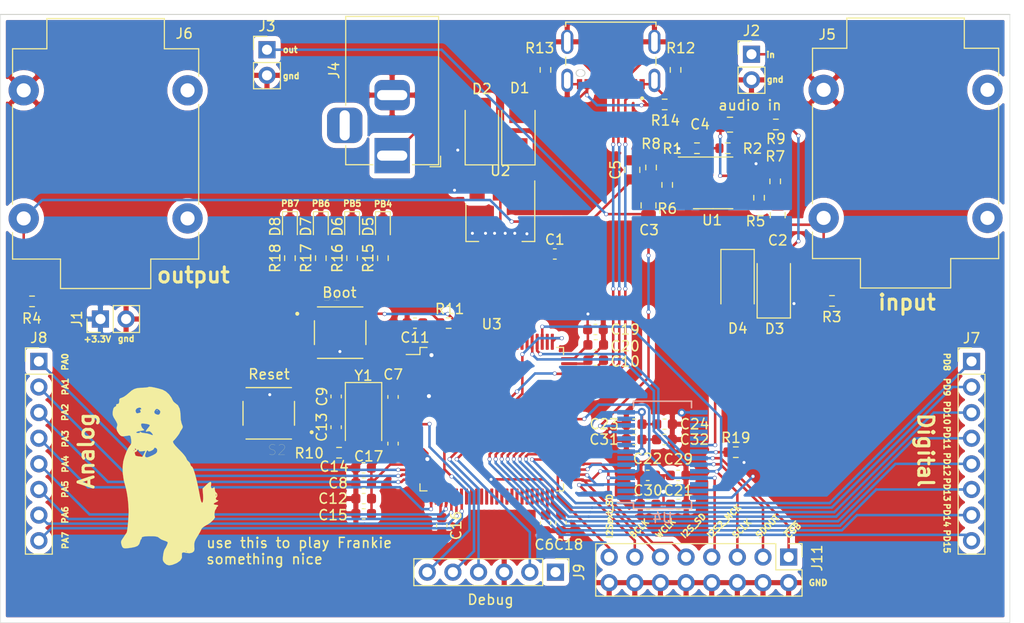
<source format=kicad_pcb>
(kicad_pcb (version 20171130) (host pcbnew "(5.1.9-0-10_14)")
  (layers (0 F.Cu signal) (31 B.Cu signal) (34 B.Paste user) (35 F.Paste user) (36 B.SilkS user) (37 F.SilkS user) (38 B.Mask user) (39 F.Mask user) (44 Edge.Cuts user))
  (net 0 "")
  (net 1 GND)
  (net 2 3.3V)
  (net 3 /audio_jack_in)
  (net 4 "Net-(C2-Pad1)")
  (net 5 /audio_out)
  (net 6 "Net-(C3-Pad1)")
  (net 7 "Net-(C4-Pad2)")
  (net 8 "Net-(C4-Pad1)")
  (net 9 "Net-(C5-Pad2)")
  (net 10 /audio_jack_out)
  (net 11 /MCU/VCAP_1)
  (net 12 /MCU/osc_in)
  (net 13 /MCU/VCAP_2)
  (net 14 /MCU/osc_out)
  (net 15 VBUS)
  (net 16 9V)
  (net 17 "Net-(D2-Pad2)")
  (net 18 /audio_in)
  (net 19 "Net-(D5-Pad2)")
  (net 20 "Net-(D6-Pad2)")
  (net 21 "Net-(D7-Pad2)")
  (net 22 "Net-(D8-Pad2)")
  (net 23 "Net-(J5-PadTN)")
  (net 24 "Net-(J5-PadSN)")
  (net 25 "Net-(J6-PadTN)")
  (net 26 "Net-(J6-PadSN)")
  (net 27 /MCU/TRACESWO)
  (net 28 /MCU/NRST)
  (net 29 /MCU/SWDIO)
  (net 30 /MCU/SWCLK)
  (net 31 "Net-(J9-Pad1)")
  (net 32 "Net-(J10-Pad9)")
  (net 33 /MCU/OTG_FS_DM)
  (net 34 /MCU/OTG_FS_DP)
  (net 35 "Net-(J10-Pad4)")
  (net 36 "Net-(J10-Pad10)")
  (net 37 "Net-(J10-Pad3)")
  (net 38 /Codec/ADC)
  (net 39 /Codec/DAC)
  (net 40 /Codec/SDIN)
  (net 41 /Codec/~CSB)
  (net 42 /MCU/I2S2_MCK)
  (net 43 /Codec/WCLK)
  (net 44 /Codec/BCLK)
  (net 45 /Codec/SCLK)
  (net 46 4.5V)
  (net 47 "Net-(R5-Pad1)")
  (net 48 "Net-(R6-Pad1)")
  (net 49 /MCU/BOOT0)
  (net 50 /MCU/led1)
  (net 51 /MCU/led2)
  (net 52 /MCU/led3)
  (net 53 /MCU/led4)
  (net 54 "Net-(R19-Pad1)")
  (net 55 "Net-(U4-Pad26)")
  (net 56 "Net-(U4-Pad19)")
  (net 57 "Net-(U4-Pad18)")
  (net 58 "Net-(U4-Pad17)")
  (net 59 "Net-(U4-Pad16)")
  (net 60 "Net-(U4-Pad13)")
  (net 61 "Net-(U4-Pad10)")
  (net 62 "Net-(U4-Pad9)")
  (net 63 "Net-(U4-Pad2)")
  (net 64 "Net-(J7-Pad8)")
  (net 65 "Net-(J7-Pad7)")
  (net 66 "Net-(J7-Pad6)")
  (net 67 "Net-(J7-Pad5)")
  (net 68 "Net-(J7-Pad4)")
  (net 69 "Net-(J7-Pad3)")
  (net 70 "Net-(J7-Pad2)")
  (net 71 "Net-(J7-Pad1)")
  (net 72 "Net-(J8-Pad8)")
  (net 73 "Net-(J8-Pad7)")
  (net 74 "Net-(J8-Pad6)")
  (net 75 "Net-(J8-Pad5)")
  (net 76 "Net-(J8-Pad4)")
  (net 77 "Net-(J8-Pad3)")
  (net 78 "Net-(J8-Pad2)")
  (net 79 "Net-(J8-Pad1)")
  (net 80 "Net-(U3-Pad98)")
  (net 81 "Net-(U3-Pad97)")
  (net 82 "Net-(U3-Pad96)")
  (net 83 "Net-(U3-Pad95)")
  (net 84 "Net-(U3-Pad88)")
  (net 85 "Net-(U3-Pad87)")
  (net 86 "Net-(U3-Pad86)")
  (net 87 "Net-(U3-Pad85)")
  (net 88 "Net-(U3-Pad84)")
  (net 89 "Net-(U3-Pad83)")
  (net 90 "Net-(U3-Pad82)")
  (net 91 "Net-(U3-Pad81)")
  (net 92 "Net-(U3-Pad77)")
  (net 93 "Net-(U3-Pad69)")
  (net 94 "Net-(U3-Pad67)")
  (net 95 "Net-(U3-Pad66)")
  (net 96 "Net-(U3-Pad65)")
  (net 97 "Net-(U3-Pad64)")
  (net 98 "Net-(U3-Pad48)")
  (net 99 "Net-(U3-Pad47)")
  (net 100 "Net-(U3-Pad46)")
  (net 101 "Net-(U3-Pad45)")
  (net 102 "Net-(U3-Pad44)")
  (net 103 "Net-(U3-Pad43)")
  (net 104 "Net-(U3-Pad42)")
  (net 105 "Net-(U3-Pad41)")
  (net 106 "Net-(U3-Pad40)")
  (net 107 "Net-(U3-Pad39)")
  (net 108 "Net-(U3-Pad38)")
  (net 109 "Net-(U3-Pad37)")
  (net 110 "Net-(U3-Pad36)")
  (net 111 "Net-(U3-Pad35)")
  (net 112 "Net-(U3-Pad34)")
  (net 113 "Net-(U3-Pad33)")
  (net 114 "Net-(U3-Pad18)")
  (net 115 "Net-(U3-Pad17)")
  (net 116 "Net-(U3-Pad16)")
  (net 117 "Net-(U3-Pad15)")
  (net 118 "Net-(U3-Pad9)")
  (net 119 "Net-(U3-Pad8)")
  (net 120 "Net-(U3-Pad7)")
  (net 121 "Net-(U3-Pad5)")
  (net 122 "Net-(U3-Pad4)")
  (net 123 "Net-(U3-Pad3)")
  (net 124 "Net-(U3-Pad2)")
  (net 125 "Net-(U3-Pad1)")
  (module frankie:frankie (layer F.Cu) (at 131.15 66.25)
    (fp_text reference G*** hide)
    (fp_text value LOGO hide)
  )
  (module Connector_PinHeader_2.54mm:PinHeader_2x08_P2.54mm_Vertical (layer F.Cu) (at 193.08 73.8 270)
    (fp_text reference J11 (at 0.1 -2.82 90) (layer F.SilkS))
    (fp_text value Conn_02x08_Odd_Even)
    (pad 16 thru_hole oval (at 2.54 17.78 270) (size 1.7 1.7) (drill 1) (layers *.Cu *.Mask) (net 1 GND))
    (pad 15 thru_hole oval (at 0 17.78 270) (size 1.7 1.7) (drill 1) (layers *.Cu *.Mask) (net 38 /Codec/ADC))
    (pad 14 thru_hole oval (at 2.54 15.24 270) (size 1.7 1.7) (drill 1) (layers *.Cu *.Mask) (net 1 GND))
    (pad 13 thru_hole oval (at 0 15.24 270) (size 1.7 1.7) (drill 1) (layers *.Cu *.Mask) (net 44 /Codec/BCLK))
    (pad 12 thru_hole oval (at 2.54 12.7 270) (size 1.7 1.7) (drill 1) (layers *.Cu *.Mask) (net 1 GND))
    (pad 11 thru_hole oval (at 0 12.7 270) (size 1.7 1.7) (drill 1) (layers *.Cu *.Mask) (net 43 /Codec/WCLK))
    (pad 10 thru_hole oval (at 2.54 10.16 270) (size 1.7 1.7) (drill 1) (layers *.Cu *.Mask) (net 1 GND))
    (pad 9 thru_hole oval (at 0 10.16 270) (size 1.7 1.7) (drill 1) (layers *.Cu *.Mask) (net 39 /Codec/DAC))
    (pad 8 thru_hole oval (at 2.54 7.62 270) (size 1.7 1.7) (drill 1) (layers *.Cu *.Mask) (net 1 GND))
    (pad 7 thru_hole oval (at 0 7.62 270) (size 1.7 1.7) (drill 1) (layers *.Cu *.Mask) (net 42 /MCU/I2S2_MCK))
    (pad 6 thru_hole oval (at 2.54 5.08 270) (size 1.7 1.7) (drill 1) (layers *.Cu *.Mask) (net 1 GND))
    (pad 5 thru_hole oval (at 0 5.08 270) (size 1.7 1.7) (drill 1) (layers *.Cu *.Mask) (net 45 /Codec/SCLK))
    (pad 4 thru_hole oval (at 2.54 2.54 270) (size 1.7 1.7) (drill 1) (layers *.Cu *.Mask) (net 1 GND))
    (pad 3 thru_hole oval (at 0 2.54 270) (size 1.7 1.7) (drill 1) (layers *.Cu *.Mask) (net 40 /Codec/SDIN))
    (pad 2 thru_hole oval (at 2.54 0 270) (size 1.7 1.7) (drill 1) (layers *.Cu *.Mask) (net 1 GND))
    (pad 1 thru_hole rect (at 0 0 270) (size 1.7 1.7) (drill 1) (layers *.Cu *.Mask) (net 41 /Codec/~CSB))
  )
  (module Connector_PinHeader_2.54mm:PinHeader_1x06_P2.54mm_Vertical (layer F.Cu) (at 169.98 75.3 270)
    (fp_text reference J9 (at 0 -2.33 90) (layer F.SilkS))
    (fp_text value debug)
    (pad 6 thru_hole oval (at 0 12.7 270) (size 1.7 1.7) (drill 1) (layers *.Cu *.Mask) (net 27 /MCU/TRACESWO))
    (pad 5 thru_hole oval (at 0 10.16 270) (size 1.7 1.7) (drill 1) (layers *.Cu *.Mask) (net 28 /MCU/NRST))
    (pad 4 thru_hole oval (at 0 7.62 270) (size 1.7 1.7) (drill 1) (layers *.Cu *.Mask) (net 29 /MCU/SWDIO))
    (pad 3 thru_hole oval (at 0 5.08 270) (size 1.7 1.7) (drill 1) (layers *.Cu *.Mask) (net 1 GND))
    (pad 2 thru_hole oval (at 0 2.54 270) (size 1.7 1.7) (drill 1) (layers *.Cu *.Mask) (net 30 /MCU/SWCLK))
    (pad 1 thru_hole rect (at 0 0 270) (size 1.7 1.7) (drill 1) (layers *.Cu *.Mask) (net 31 "Net-(J9-Pad1)"))
  )
  (module Package_SO:SOIC-8_3.9x4.9mm_P1.27mm (layer F.Cu) (at 185.6 36.7)
    (fp_text reference U1 (at -0.1 3.7) (layer F.SilkS))
    (fp_text value TL072)
    (pad 8 smd roundrect (at 2.475 -1.905) (size 1.95 0.6) (layers F.Cu F.Paste F.Mask) (net 16 9V))
    (pad 7 smd roundrect (at 2.475 -0.635) (size 1.95 0.6) (layers F.Cu F.Paste F.Mask) (net 7 "Net-(C4-Pad2)"))
    (pad 6 smd roundrect (at 2.475 0.635) (size 1.95 0.6) (layers F.Cu F.Paste F.Mask) (net 47 "Net-(R5-Pad1)"))
    (pad 5 smd roundrect (at 2.475 1.905) (size 1.95 0.6) (layers F.Cu F.Paste F.Mask) (net 46 4.5V))
    (pad 4 smd roundrect (at -2.475 1.905) (size 1.95 0.6) (layers F.Cu F.Paste F.Mask) (net 1 GND))
    (pad 3 smd roundrect (at -2.475 0.635) (size 1.95 0.6) (layers F.Cu F.Paste F.Mask) (net 46 4.5V))
    (pad 2 smd roundrect (at -2.475 -0.635) (size 1.95 0.6) (layers F.Cu F.Paste F.Mask) (net 48 "Net-(R6-Pad1)"))
    (pad 1 smd roundrect (at -2.475 -1.905) (size 1.95 0.6) (layers F.Cu F.Paste F.Mask) (net 9 "Net-(C5-Pad2)"))
  )
  (module USB_C:JAE_DX07S016JA1R1500 (layer F.Cu) (at 175.465 25.815 180)
    (fp_text reference J10 (at -1.325 -3.385) (layer F.SilkS) (effects (font (thickness 0.015))))
    (fp_text value DX07S016JA1R1500)
    (fp_line (start 3.125 0.315) (end 2.875 0.315) (layer Edge.Cuts) (width 0.1))
    (fp_line (start 2.875 -0.315) (end 3.125 -0.315) (layer Edge.Cuts) (width 0.1))
    (fp_arc (start 2.875 0) (end 2.875 -0.315) (angle -90) (layer Edge.Cuts) (width 0.1))
    (fp_arc (start 2.875 0) (end 2.56 0) (angle -90) (layer Edge.Cuts) (width 0.1))
    (fp_arc (start 3.125 0) (end 3.125 0.315) (angle -90) (layer Edge.Cuts) (width 0.1))
    (fp_arc (start 3.125 0) (end 3.44 0) (angle -90) (layer Edge.Cuts) (width 0.1))
    (pad S6 thru_hole oval (at 4.32 3.1 180) (size 1.2 2.4) (drill oval 0.65 1.95) (layers *.Cu *.Mask) (net 1 GND))
    (pad S5 thru_hole oval (at -4.32 3.1 180) (size 1.2 2.4) (drill oval 0.65 1.95) (layers *.Cu *.Mask) (net 1 GND))
    (pad S4 thru_hole oval (at 4.32 -0.725 180) (size 1.158 2.316) (drill oval 0.65 1.65) (layers *.Cu *.Mask) (net 1 GND))
    (pad S3 thru_hole oval (at -4.32 -0.725 180) (size 1.158 2.316) (drill oval 0.65 1.65) (layers *.Cu *.Mask) (net 1 GND))
    (pad None np_thru_hole circle (at -3 0 180) (size 0.63 0.63) (drill 0.63) (layers *.Cu *.Mask))
    (pad S2 smd rect (at 1.4 3.1 180) (size 1 2) (layers F.Cu F.Paste F.Mask) (net 1 GND))
    (pad S1 smd rect (at -1.4 3.1 180) (size 1 2) (layers F.Cu F.Paste F.Mask) (net 1 GND))
    (pad None np_thru_hole circle (at 3 0 180) (size 0.63 0.63) (drill 0.63) (layers *.Cu *.Mask))
    (pad None np_thru_hole circle (at 3 0 180) (size 0.6 0.6) (drill 0.6) (layers *.Cu *.Mask))
    (pad 9 smd rect (at 1.25 -1.1 180) (size 0.27 1) (layers F.Cu F.Paste F.Mask) (net 32 "Net-(J10-Pad9)"))
    (pad 8 smd rect (at 0.75 -1.1 180) (size 0.27 1) (layers F.Cu F.Paste F.Mask) (net 33 /MCU/OTG_FS_DM))
    (pad 7 smd rect (at 0.25 -1.1 180) (size 0.27 1) (layers F.Cu F.Paste F.Mask) (net 34 /MCU/OTG_FS_DP))
    (pad 6 smd rect (at -0.25 -1.1 180) (size 0.27 1) (layers F.Cu F.Paste F.Mask) (net 34 /MCU/OTG_FS_DP))
    (pad 5 smd rect (at -0.75 -1.1 180) (size 0.27 1) (layers F.Cu F.Paste F.Mask) (net 33 /MCU/OTG_FS_DM))
    (pad 4 smd rect (at -1.25 -1.1 180) (size 0.27 1) (layers F.Cu F.Paste F.Mask) (net 35 "Net-(J10-Pad4)"))
    (pad 10 smd rect (at 1.75 -1.1 180) (size 0.27 1) (layers F.Cu F.Paste F.Mask) (net 36 "Net-(J10-Pad10)"))
    (pad 3 smd rect (at -1.75 -1.1 180) (size 0.27 1) (layers F.Cu F.Paste F.Mask) (net 37 "Net-(J10-Pad3)"))
    (pad 11 smd rect (at 2.35 -1.1 180) (size 0.52 1) (layers F.Cu F.Paste F.Mask) (net 15 VBUS))
    (pad 2 smd rect (at -2.35 -1.1 180) (size 0.52 1) (layers F.Cu F.Paste F.Mask) (net 15 VBUS))
    (pad 12 smd rect (at 3.1 -1.1 180) (size 0.52 1) (layers F.Cu F.Paste F.Mask) (net 1 GND))
    (pad 1 smd rect (at -3.1 -1.1 180) (size 0.52 1) (layers F.Cu F.Paste F.Mask) (net 1 GND))
  )
  (module Connector_BarrelJack:BarrelJack_Horizontal (layer F.Cu) (at 153.8 34 270)
    (fp_text reference J4 (at -8.45 5.75 90) (layer F.SilkS))
    (fp_text value 9v_jack)
    (pad 3 thru_hole roundrect (at -3 4.7 270) (size 3.5 3.5) (drill oval 3 1) (layers *.Cu *.Mask))
    (pad 2 thru_hole roundrect (at -6 0 270) (size 3 3.5) (drill oval 1 3) (layers *.Cu *.Mask) (net 1 GND))
    (pad 1 thru_hole rect (at 0 0 270) (size 3.5 3.5) (drill oval 1 3) (layers *.Cu *.Mask) (net 17 "Net-(D2-Pad2)"))
  )
  (module Capacitor_SMD:C_0805_2012Metric (layer F.Cu) (at 177.6 35.41 90)
    (fp_text reference C5 (at 0 -1.68 90) (layer F.SilkS))
    (fp_text value 1u)
    (pad 2 smd roundrect (at 0.95 0 90) (size 1 1.45) (layers F.Cu F.Paste F.Mask) (net 9 "Net-(C5-Pad2)"))
    (pad 1 smd roundrect (at -0.95 0 90) (size 1 1.45) (layers F.Cu F.Paste F.Mask) (net 10 /audio_jack_out))
  )
  (module Capacitor_SMD:C_0805_2012Metric (layer F.Cu) (at 187.27 30.93 180)
    (fp_text reference C4 (at 2.97 0.03) (layer F.SilkS))
    (fp_text value 1u)
    (pad 2 smd roundrect (at 0.95 0 180) (size 1 1.45) (layers F.Cu F.Paste F.Mask) (net 7 "Net-(C4-Pad2)"))
    (pad 1 smd roundrect (at -0.95 0 180) (size 1 1.45) (layers F.Cu F.Paste F.Mask) (net 8 "Net-(C4-Pad1)"))
  )
  (module Capacitor_SMD:C_0805_2012Metric (layer F.Cu) (at 179.2 38.93 270)
    (fp_text reference C3 (at 2.45 -0.05 180) (layer F.SilkS))
    (fp_text value 1u)
    (pad 2 smd roundrect (at 0.95 0 270) (size 1 1.45) (layers F.Cu F.Paste F.Mask) (net 5 /audio_out))
    (pad 1 smd roundrect (at -0.95 0 270) (size 1 1.45) (layers F.Cu F.Paste F.Mask) (net 6 "Net-(C3-Pad1)"))
  )
  (module Capacitor_SMD:C_0805_2012Metric (layer F.Cu) (at 192 39.9 270)
    (fp_text reference C2 (at 2.5 0 180) (layer F.SilkS))
    (fp_text value 1u)
    (pad 2 smd roundrect (at 0.95 0 270) (size 1 1.45) (layers F.Cu F.Paste F.Mask) (net 3 /audio_jack_in))
    (pad 1 smd roundrect (at -0.95 0 270) (size 1 1.45) (layers F.Cu F.Paste F.Mask) (net 4 "Net-(C2-Pad1)"))
  )
  (module Connector_PinHeader_2.54mm:PinHeader_1x08_P2.54mm_Vertical (layer F.Cu) (at 118.8 54.4)
    (fp_text reference J8 (at 0 -2.33) (layer F.SilkS))
    (fp_text value "PA0-7 (analog)")
    (pad 8 thru_hole oval (at 0 17.78) (size 1.7 1.7) (drill 1) (layers *.Cu *.Mask) (net 72 "Net-(J8-Pad8)"))
    (pad 7 thru_hole oval (at 0 15.24) (size 1.7 1.7) (drill 1) (layers *.Cu *.Mask) (net 73 "Net-(J8-Pad7)"))
    (pad 6 thru_hole oval (at 0 12.7) (size 1.7 1.7) (drill 1) (layers *.Cu *.Mask) (net 74 "Net-(J8-Pad6)"))
    (pad 5 thru_hole oval (at 0 10.16) (size 1.7 1.7) (drill 1) (layers *.Cu *.Mask) (net 75 "Net-(J8-Pad5)"))
    (pad 4 thru_hole oval (at 0 7.62) (size 1.7 1.7) (drill 1) (layers *.Cu *.Mask) (net 76 "Net-(J8-Pad4)"))
    (pad 3 thru_hole oval (at 0 5.08) (size 1.7 1.7) (drill 1) (layers *.Cu *.Mask) (net 77 "Net-(J8-Pad3)"))
    (pad 2 thru_hole oval (at 0 2.54) (size 1.7 1.7) (drill 1) (layers *.Cu *.Mask) (net 78 "Net-(J8-Pad2)"))
    (pad 1 thru_hole rect (at 0 0) (size 1.7 1.7) (drill 1) (layers *.Cu *.Mask) (net 79 "Net-(J8-Pad1)"))
  )
  (module Connector_PinHeader_2.54mm:PinHeader_1x08_P2.54mm_Vertical (layer F.Cu) (at 211.2 54.4)
    (fp_text reference J7 (at 0 -2.3) (layer F.SilkS))
    (fp_text value "PD8-15 (digital)")
    (pad 8 thru_hole oval (at 0 17.78) (size 1.7 1.7) (drill 1) (layers *.Cu *.Mask) (net 64 "Net-(J7-Pad8)"))
    (pad 7 thru_hole oval (at 0 15.24) (size 1.7 1.7) (drill 1) (layers *.Cu *.Mask) (net 65 "Net-(J7-Pad7)"))
    (pad 6 thru_hole oval (at 0 12.7) (size 1.7 1.7) (drill 1) (layers *.Cu *.Mask) (net 66 "Net-(J7-Pad6)"))
    (pad 5 thru_hole oval (at 0 10.16) (size 1.7 1.7) (drill 1) (layers *.Cu *.Mask) (net 67 "Net-(J7-Pad5)"))
    (pad 4 thru_hole oval (at 0 7.62) (size 1.7 1.7) (drill 1) (layers *.Cu *.Mask) (net 68 "Net-(J7-Pad4)"))
    (pad 3 thru_hole oval (at 0 5.08) (size 1.7 1.7) (drill 1) (layers *.Cu *.Mask) (net 69 "Net-(J7-Pad3)"))
    (pad 2 thru_hole oval (at 0 2.54) (size 1.7 1.7) (drill 1) (layers *.Cu *.Mask) (net 70 "Net-(J7-Pad2)"))
    (pad 1 thru_hole rect (at 0 0) (size 1.7 1.7) (drill 1) (layers *.Cu *.Mask) (net 71 "Net-(J7-Pad1)"))
  )
  (module Capacitor_SMD:C_0603_1608Metric (layer F.Cu) (at 179.1613 68.5872 180)
    (fp_text reference C30 (at 0.0113 1.3872) (layer F.SilkS))
    (fp_text value 10u)
    (pad 2 smd roundrect (at 0.775 0 180) (size 0.9 0.95) (layers F.Cu F.Paste F.Mask) (net 1 GND))
    (pad 1 smd roundrect (at -0.775 0 180) (size 0.9 0.95) (layers F.Cu F.Paste F.Mask) (net 2 3.3V))
  )
  (module Capacitor_SMD:C_0603_1608Metric (layer F.Cu) (at 182.1331 65.7043)
    (fp_text reference C29 (at 0.0169 -1.6043) (layer F.SilkS))
    (fp_text value 10u)
    (pad 2 smd roundrect (at 0.775 0) (size 0.9 0.95) (layers F.Cu F.Paste F.Mask) (net 1 GND))
    (pad 1 smd roundrect (at -0.775 0) (size 0.9 0.95) (layers F.Cu F.Paste F.Mask) (net 2 3.3V))
  )
  (module Capacitor_SMD:C_0603_1608Metric (layer F.Cu) (at 179.1229 65.7043 180)
    (fp_text reference C22 (at 0.0229 1.6543) (layer F.SilkS))
    (fp_text value 0.1u)
    (pad 2 smd roundrect (at 0.775 0 180) (size 0.9 0.95) (layers F.Cu F.Paste F.Mask) (net 1 GND))
    (pad 1 smd roundrect (at -0.775 0 180) (size 0.9 0.95) (layers F.Cu F.Paste F.Mask) (net 2 3.3V))
  )
  (module Capacitor_SMD:C_0603_1608Metric (layer F.Cu) (at 182.1585 68.5872)
    (fp_text reference C21 (at -0.0085 -1.3872) (layer F.SilkS))
    (fp_text value 0.1u)
    (pad 2 smd roundrect (at 0.775 0) (size 0.9 0.95) (layers F.Cu F.Paste F.Mask) (net 1 GND))
    (pad 1 smd roundrect (at -0.775 0) (size 0.9 0.95) (layers F.Cu F.Paste F.Mask) (net 2 3.3V))
  )
  (module Capacitor_SMD:C_0603_1608Metric (layer F.Cu) (at 153.888 57.925 90)
    (fp_text reference C7 (at 2.225 0.012 180) (layer F.SilkS))
    (fp_text value 100n)
    (pad 2 smd roundrect (at 0.775 0 90) (size 0.9 0.95) (layers F.Cu F.Paste F.Mask) (net 1 GND))
    (pad 1 smd roundrect (at -0.775 0 90) (size 0.9 0.95) (layers F.Cu F.Paste F.Mask) (net 2 3.3V))
  )
  (module Package_QFP:LQFP-100_14x14mm_P0.5mm (layer F.Cu) (at 163.667 60.129)
    (fp_text reference U3 (at 0 -9.42) (layer F.SilkS))
    (fp_text value STM32F407VETx)
    (pad 100 smd roundrect (at -6 -7.675) (size 0.3 1.6) (layers F.Cu F.Paste F.Mask) (net 2 3.3V))
    (pad 99 smd roundrect (at -5.5 -7.675) (size 0.3 1.6) (layers F.Cu F.Paste F.Mask) (net 1 GND))
    (pad 98 smd roundrect (at -5 -7.675) (size 0.3 1.6) (layers F.Cu F.Paste F.Mask) (net 80 "Net-(U3-Pad98)"))
    (pad 97 smd roundrect (at -4.5 -7.675) (size 0.3 1.6) (layers F.Cu F.Paste F.Mask) (net 81 "Net-(U3-Pad97)"))
    (pad 96 smd roundrect (at -4 -7.675) (size 0.3 1.6) (layers F.Cu F.Paste F.Mask) (net 82 "Net-(U3-Pad96)"))
    (pad 95 smd roundrect (at -3.5 -7.675) (size 0.3 1.6) (layers F.Cu F.Paste F.Mask) (net 83 "Net-(U3-Pad95)"))
    (pad 94 smd roundrect (at -3 -7.675) (size 0.3 1.6) (layers F.Cu F.Paste F.Mask) (net 49 /MCU/BOOT0))
    (pad 93 smd roundrect (at -2.5 -7.675) (size 0.3 1.6) (layers F.Cu F.Paste F.Mask) (net 53 /MCU/led4))
    (pad 92 smd roundrect (at -2 -7.675) (size 0.3 1.6) (layers F.Cu F.Paste F.Mask) (net 52 /MCU/led3))
    (pad 91 smd roundrect (at -1.5 -7.675) (size 0.3 1.6) (layers F.Cu F.Paste F.Mask) (net 51 /MCU/led2))
    (pad 90 smd roundrect (at -1 -7.675) (size 0.3 1.6) (layers F.Cu F.Paste F.Mask) (net 50 /MCU/led1))
    (pad 89 smd roundrect (at -0.5 -7.675) (size 0.3 1.6) (layers F.Cu F.Paste F.Mask) (net 27 /MCU/TRACESWO))
    (pad 88 smd roundrect (at 0 -7.675) (size 0.3 1.6) (layers F.Cu F.Paste F.Mask) (net 84 "Net-(U3-Pad88)"))
    (pad 87 smd roundrect (at 0.5 -7.675) (size 0.3 1.6) (layers F.Cu F.Paste F.Mask) (net 85 "Net-(U3-Pad87)"))
    (pad 86 smd roundrect (at 1 -7.675) (size 0.3 1.6) (layers F.Cu F.Paste F.Mask) (net 86 "Net-(U3-Pad86)"))
    (pad 85 smd roundrect (at 1.5 -7.675) (size 0.3 1.6) (layers F.Cu F.Paste F.Mask) (net 87 "Net-(U3-Pad85)"))
    (pad 84 smd roundrect (at 2 -7.675) (size 0.3 1.6) (layers F.Cu F.Paste F.Mask) (net 88 "Net-(U3-Pad84)"))
    (pad 83 smd roundrect (at 2.5 -7.675) (size 0.3 1.6) (layers F.Cu F.Paste F.Mask) (net 89 "Net-(U3-Pad83)"))
    (pad 82 smd roundrect (at 3 -7.675) (size 0.3 1.6) (layers F.Cu F.Paste F.Mask) (net 90 "Net-(U3-Pad82)"))
    (pad 81 smd roundrect (at 3.5 -7.675) (size 0.3 1.6) (layers F.Cu F.Paste F.Mask) (net 91 "Net-(U3-Pad81)"))
    (pad 80 smd roundrect (at 4 -7.675) (size 0.3 1.6) (layers F.Cu F.Paste F.Mask) (net 40 /Codec/SDIN))
    (pad 79 smd roundrect (at 4.5 -7.675) (size 0.3 1.6) (layers F.Cu F.Paste F.Mask) (net 41 /Codec/~CSB))
    (pad 78 smd roundrect (at 5 -7.675) (size 0.3 1.6) (layers F.Cu F.Paste F.Mask) (net 45 /Codec/SCLK))
    (pad 77 smd roundrect (at 5.5 -7.675) (size 0.3 1.6) (layers F.Cu F.Paste F.Mask) (net 92 "Net-(U3-Pad77)"))
    (pad 76 smd roundrect (at 6 -7.675) (size 0.3 1.6) (layers F.Cu F.Paste F.Mask) (net 30 /MCU/SWCLK))
    (pad 75 smd roundrect (at 7.675 -6) (size 1.6 0.3) (layers F.Cu F.Paste F.Mask) (net 2 3.3V))
    (pad 74 smd roundrect (at 7.675 -5.5) (size 1.6 0.3) (layers F.Cu F.Paste F.Mask) (net 1 GND))
    (pad 73 smd roundrect (at 7.675 -5) (size 1.6 0.3) (layers F.Cu F.Paste F.Mask) (net 13 /MCU/VCAP_2))
    (pad 72 smd roundrect (at 7.675 -4.5) (size 1.6 0.3) (layers F.Cu F.Paste F.Mask) (net 29 /MCU/SWDIO))
    (pad 71 smd roundrect (at 7.675 -4) (size 1.6 0.3) (layers F.Cu F.Paste F.Mask) (net 34 /MCU/OTG_FS_DP))
    (pad 70 smd roundrect (at 7.675 -3.5) (size 1.6 0.3) (layers F.Cu F.Paste F.Mask) (net 33 /MCU/OTG_FS_DM))
    (pad 69 smd roundrect (at 7.675 -3) (size 1.6 0.3) (layers F.Cu F.Paste F.Mask) (net 93 "Net-(U3-Pad69)"))
    (pad 68 smd roundrect (at 7.675 -2.5) (size 1.6 0.3) (layers F.Cu F.Paste F.Mask) (net 15 VBUS))
    (pad 67 smd roundrect (at 7.675 -2) (size 1.6 0.3) (layers F.Cu F.Paste F.Mask) (net 94 "Net-(U3-Pad67)"))
    (pad 66 smd roundrect (at 7.675 -1.5) (size 1.6 0.3) (layers F.Cu F.Paste F.Mask) (net 95 "Net-(U3-Pad66)"))
    (pad 65 smd roundrect (at 7.675 -1) (size 1.6 0.3) (layers F.Cu F.Paste F.Mask) (net 96 "Net-(U3-Pad65)"))
    (pad 64 smd roundrect (at 7.675 -0.5) (size 1.6 0.3) (layers F.Cu F.Paste F.Mask) (net 97 "Net-(U3-Pad64)"))
    (pad 63 smd roundrect (at 7.675 0) (size 1.6 0.3) (layers F.Cu F.Paste F.Mask) (net 42 /MCU/I2S2_MCK))
    (pad 62 smd roundrect (at 7.675 0.5) (size 1.6 0.3) (layers F.Cu F.Paste F.Mask) (net 64 "Net-(J7-Pad8)"))
    (pad 61 smd roundrect (at 7.675 1) (size 1.6 0.3) (layers F.Cu F.Paste F.Mask) (net 65 "Net-(J7-Pad7)"))
    (pad 60 smd roundrect (at 7.675 1.5) (size 1.6 0.3) (layers F.Cu F.Paste F.Mask) (net 66 "Net-(J7-Pad6)"))
    (pad 59 smd roundrect (at 7.675 2) (size 1.6 0.3) (layers F.Cu F.Paste F.Mask) (net 67 "Net-(J7-Pad5)"))
    (pad 58 smd roundrect (at 7.675 2.5) (size 1.6 0.3) (layers F.Cu F.Paste F.Mask) (net 68 "Net-(J7-Pad4)"))
    (pad 57 smd roundrect (at 7.675 3) (size 1.6 0.3) (layers F.Cu F.Paste F.Mask) (net 69 "Net-(J7-Pad3)"))
    (pad 56 smd roundrect (at 7.675 3.5) (size 1.6 0.3) (layers F.Cu F.Paste F.Mask) (net 70 "Net-(J7-Pad2)"))
    (pad 55 smd roundrect (at 7.675 4) (size 1.6 0.3) (layers F.Cu F.Paste F.Mask) (net 71 "Net-(J7-Pad1)"))
    (pad 54 smd roundrect (at 7.675 4.5) (size 1.6 0.3) (layers F.Cu F.Paste F.Mask) (net 39 /Codec/DAC))
    (pad 53 smd roundrect (at 7.675 5) (size 1.6 0.3) (layers F.Cu F.Paste F.Mask) (net 38 /Codec/ADC))
    (pad 52 smd roundrect (at 7.675 5.5) (size 1.6 0.3) (layers F.Cu F.Paste F.Mask) (net 44 /Codec/BCLK))
    (pad 51 smd roundrect (at 7.675 6) (size 1.6 0.3) (layers F.Cu F.Paste F.Mask) (net 43 /Codec/WCLK))
    (pad 50 smd roundrect (at 6 7.675) (size 0.3 1.6) (layers F.Cu F.Paste F.Mask) (net 2 3.3V))
    (pad 49 smd roundrect (at 5.5 7.675) (size 0.3 1.6) (layers F.Cu F.Paste F.Mask) (net 11 /MCU/VCAP_1))
    (pad 48 smd roundrect (at 5 7.675) (size 0.3 1.6) (layers F.Cu F.Paste F.Mask) (net 98 "Net-(U3-Pad48)"))
    (pad 47 smd roundrect (at 4.5 7.675) (size 0.3 1.6) (layers F.Cu F.Paste F.Mask) (net 99 "Net-(U3-Pad47)"))
    (pad 46 smd roundrect (at 4 7.675) (size 0.3 1.6) (layers F.Cu F.Paste F.Mask) (net 100 "Net-(U3-Pad46)"))
    (pad 45 smd roundrect (at 3.5 7.675) (size 0.3 1.6) (layers F.Cu F.Paste F.Mask) (net 101 "Net-(U3-Pad45)"))
    (pad 44 smd roundrect (at 3 7.675) (size 0.3 1.6) (layers F.Cu F.Paste F.Mask) (net 102 "Net-(U3-Pad44)"))
    (pad 43 smd roundrect (at 2.5 7.675) (size 0.3 1.6) (layers F.Cu F.Paste F.Mask) (net 103 "Net-(U3-Pad43)"))
    (pad 42 smd roundrect (at 2 7.675) (size 0.3 1.6) (layers F.Cu F.Paste F.Mask) (net 104 "Net-(U3-Pad42)"))
    (pad 41 smd roundrect (at 1.5 7.675) (size 0.3 1.6) (layers F.Cu F.Paste F.Mask) (net 105 "Net-(U3-Pad41)"))
    (pad 40 smd roundrect (at 1 7.675) (size 0.3 1.6) (layers F.Cu F.Paste F.Mask) (net 106 "Net-(U3-Pad40)"))
    (pad 39 smd roundrect (at 0.5 7.675) (size 0.3 1.6) (layers F.Cu F.Paste F.Mask) (net 107 "Net-(U3-Pad39)"))
    (pad 38 smd roundrect (at 0 7.675) (size 0.3 1.6) (layers F.Cu F.Paste F.Mask) (net 108 "Net-(U3-Pad38)"))
    (pad 37 smd roundrect (at -0.5 7.675) (size 0.3 1.6) (layers F.Cu F.Paste F.Mask) (net 109 "Net-(U3-Pad37)"))
    (pad 36 smd roundrect (at -1 7.675) (size 0.3 1.6) (layers F.Cu F.Paste F.Mask) (net 110 "Net-(U3-Pad36)"))
    (pad 35 smd roundrect (at -1.5 7.675) (size 0.3 1.6) (layers F.Cu F.Paste F.Mask) (net 111 "Net-(U3-Pad35)"))
    (pad 34 smd roundrect (at -2 7.675) (size 0.3 1.6) (layers F.Cu F.Paste F.Mask) (net 112 "Net-(U3-Pad34)"))
    (pad 33 smd roundrect (at -2.5 7.675) (size 0.3 1.6) (layers F.Cu F.Paste F.Mask) (net 113 "Net-(U3-Pad33)"))
    (pad 32 smd roundrect (at -3 7.675) (size 0.3 1.6) (layers F.Cu F.Paste F.Mask) (net 72 "Net-(J8-Pad8)"))
    (pad 31 smd roundrect (at -3.5 7.675) (size 0.3 1.6) (layers F.Cu F.Paste F.Mask) (net 73 "Net-(J8-Pad7)"))
    (pad 30 smd roundrect (at -4 7.675) (size 0.3 1.6) (layers F.Cu F.Paste F.Mask) (net 74 "Net-(J8-Pad6)"))
    (pad 29 smd roundrect (at -4.5 7.675) (size 0.3 1.6) (layers F.Cu F.Paste F.Mask) (net 75 "Net-(J8-Pad5)"))
    (pad 28 smd roundrect (at -5 7.675) (size 0.3 1.6) (layers F.Cu F.Paste F.Mask) (net 2 3.3V))
    (pad 27 smd roundrect (at -5.5 7.675) (size 0.3 1.6) (layers F.Cu F.Paste F.Mask) (net 1 GND))
    (pad 26 smd roundrect (at -6 7.675) (size 0.3 1.6) (layers F.Cu F.Paste F.Mask) (net 76 "Net-(J8-Pad4)"))
    (pad 25 smd roundrect (at -7.675 6) (size 1.6 0.3) (layers F.Cu F.Paste F.Mask) (net 77 "Net-(J8-Pad3)"))
    (pad 24 smd roundrect (at -7.675 5.5) (size 1.6 0.3) (layers F.Cu F.Paste F.Mask) (net 78 "Net-(J8-Pad2)"))
    (pad 23 smd roundrect (at -7.675 5) (size 1.6 0.3) (layers F.Cu F.Paste F.Mask) (net 79 "Net-(J8-Pad1)"))
    (pad 22 smd roundrect (at -7.675 4.5) (size 1.6 0.3) (layers F.Cu F.Paste F.Mask) (net 2 3.3V))
    (pad 21 smd roundrect (at -7.675 4) (size 1.6 0.3) (layers F.Cu F.Paste F.Mask) (net 2 3.3V))
    (pad 20 smd roundrect (at -7.675 3.5) (size 1.6 0.3) (layers F.Cu F.Paste F.Mask) (net 1 GND))
    (pad 19 smd roundrect (at -7.675 3) (size 1.6 0.3) (layers F.Cu F.Paste F.Mask) (net 2 3.3V))
    (pad 18 smd roundrect (at -7.675 2.5) (size 1.6 0.3) (layers F.Cu F.Paste F.Mask) (net 114 "Net-(U3-Pad18)"))
    (pad 17 smd roundrect (at -7.675 2) (size 1.6 0.3) (layers F.Cu F.Paste F.Mask) (net 115 "Net-(U3-Pad17)"))
    (pad 16 smd roundrect (at -7.675 1.5) (size 1.6 0.3) (layers F.Cu F.Paste F.Mask) (net 116 "Net-(U3-Pad16)"))
    (pad 15 smd roundrect (at -7.675 1) (size 1.6 0.3) (layers F.Cu F.Paste F.Mask) (net 117 "Net-(U3-Pad15)"))
    (pad 14 smd roundrect (at -7.675 0.5) (size 1.6 0.3) (layers F.Cu F.Paste F.Mask) (net 28 /MCU/NRST))
    (pad 13 smd roundrect (at -7.675 0) (size 1.6 0.3) (layers F.Cu F.Paste F.Mask) (net 14 /MCU/osc_out))
    (pad 12 smd roundrect (at -7.675 -0.5) (size 1.6 0.3) (layers F.Cu F.Paste F.Mask) (net 12 /MCU/osc_in))
    (pad 11 smd roundrect (at -7.675 -1) (size 1.6 0.3) (layers F.Cu F.Paste F.Mask) (net 2 3.3V))
    (pad 10 smd roundrect (at -7.675 -1.5) (size 1.6 0.3) (layers F.Cu F.Paste F.Mask) (net 1 GND))
    (pad 9 smd roundrect (at -7.675 -2) (size 1.6 0.3) (layers F.Cu F.Paste F.Mask) (net 118 "Net-(U3-Pad9)"))
    (pad 8 smd roundrect (at -7.675 -2.5) (size 1.6 0.3) (layers F.Cu F.Paste F.Mask) (net 119 "Net-(U3-Pad8)"))
    (pad 7 smd roundrect (at -7.675 -3) (size 1.6 0.3) (layers F.Cu F.Paste F.Mask) (net 120 "Net-(U3-Pad7)"))
    (pad 6 smd roundrect (at -7.675 -3.5) (size 1.6 0.3) (layers F.Cu F.Paste F.Mask) (net 2 3.3V))
    (pad 5 smd roundrect (at -7.675 -4) (size 1.6 0.3) (layers F.Cu F.Paste F.Mask) (net 121 "Net-(U3-Pad5)"))
    (pad 4 smd roundrect (at -7.675 -4.5) (size 1.6 0.3) (layers F.Cu F.Paste F.Mask) (net 122 "Net-(U3-Pad4)"))
    (pad 3 smd roundrect (at -7.675 -5) (size 1.6 0.3) (layers F.Cu F.Paste F.Mask) (net 123 "Net-(U3-Pad3)"))
    (pad 2 smd roundrect (at -7.675 -5.5) (size 1.6 0.3) (layers F.Cu F.Paste F.Mask) (net 124 "Net-(U3-Pad2)"))
    (pad 1 smd roundrect (at -7.675 -6) (size 1.6 0.3) (layers F.Cu F.Paste F.Mask) (net 125 "Net-(U3-Pad1)"))
  )
  (module Connector_PinHeader_2.54mm:PinHeader_1x02_P2.54mm_Vertical (layer F.Cu) (at 124.9 50.2 90)
    (fp_text reference J1 (at 0 -2.33 90) (layer F.SilkS))
    (fp_text value aux_mcu_power)
    (pad 2 thru_hole oval (at 0 2.54 90) (size 1.7 1.7) (drill 1) (layers *.Cu *.Mask) (net 1 GND))
    (pad 1 thru_hole rect (at 0 0 90) (size 1.7 1.7) (drill 1) (layers *.Cu *.Mask) (net 2 3.3V))
  )
  (module Crystal:Crystal_SMD_5032-2Pin_5.0x3.2mm (layer F.Cu) (at 150.967 59.549 270)
    (fp_text reference Y1 (at -3.738 0 180) (layer F.SilkS))
    (fp_text value 8Mhz)
    (pad 2 smd rect (at 1.85 0 270) (size 2 2.4) (layers F.Cu F.Paste F.Mask) (net 14 /MCU/osc_out))
    (pad 1 smd rect (at -1.85 0 270) (size 2 2.4) (layers F.Cu F.Paste F.Mask) (net 12 /MCU/osc_in))
  )
  (module Package_SO:SSOP-28_5.3x10.2mm_P0.65mm (layer B.Cu) (at 180.5834 63.6723)
    (fp_text reference U4 (at 0 6.25) (layer B.SilkS) (effects (justify mirror)))
    (fp_text value WM8731SEDS)
    (pad 28 smd rect (at 3.6 4.225) (size 1.75 0.45) (layers B.Cu B.Paste B.Mask) (net 1 GND))
    (pad 27 smd rect (at 3.6 3.575) (size 1.75 0.45) (layers B.Cu B.Paste B.Mask) (net 2 3.3V))
    (pad 26 smd rect (at 3.6 2.925) (size 1.75 0.45) (layers B.Cu B.Paste B.Mask) (net 55 "Net-(U4-Pad26)"))
    (pad 25 smd rect (at 3.6 2.275) (size 1.75 0.45) (layers B.Cu B.Paste B.Mask) (net 42 /MCU/I2S2_MCK))
    (pad 24 smd rect (at 3.6 1.625) (size 1.75 0.45) (layers B.Cu B.Paste B.Mask) (net 45 /Codec/SCLK))
    (pad 23 smd rect (at 3.6 0.975) (size 1.75 0.45) (layers B.Cu B.Paste B.Mask) (net 40 /Codec/SDIN))
    (pad 22 smd rect (at 3.6 0.325) (size 1.75 0.45) (layers B.Cu B.Paste B.Mask) (net 41 /Codec/~CSB))
    (pad 21 smd rect (at 3.6 -0.325) (size 1.75 0.45) (layers B.Cu B.Paste B.Mask) (net 54 "Net-(R19-Pad1)"))
    (pad 20 smd rect (at 3.6 -0.975) (size 1.75 0.45) (layers B.Cu B.Paste B.Mask) (net 18 /audio_in))
    (pad 19 smd rect (at 3.6 -1.625) (size 1.75 0.45) (layers B.Cu B.Paste B.Mask) (net 56 "Net-(U4-Pad19)"))
    (pad 18 smd rect (at 3.6 -2.275) (size 1.75 0.45) (layers B.Cu B.Paste B.Mask) (net 57 "Net-(U4-Pad18)"))
    (pad 17 smd rect (at 3.6 -2.925) (size 1.75 0.45) (layers B.Cu B.Paste B.Mask) (net 58 "Net-(U4-Pad17)"))
    (pad 16 smd rect (at 3.6 -3.575) (size 1.75 0.45) (layers B.Cu B.Paste B.Mask) (net 59 "Net-(U4-Pad16)"))
    (pad 15 smd rect (at 3.6 -4.225) (size 1.75 0.45) (layers B.Cu B.Paste B.Mask) (net 1 GND))
    (pad 14 smd rect (at -3.6 -4.225) (size 1.75 0.45) (layers B.Cu B.Paste B.Mask) (net 2 3.3V))
    (pad 13 smd rect (at -3.6 -3.575) (size 1.75 0.45) (layers B.Cu B.Paste B.Mask) (net 60 "Net-(U4-Pad13)"))
    (pad 12 smd rect (at -3.6 -2.925) (size 1.75 0.45) (layers B.Cu B.Paste B.Mask) (net 5 /audio_out))
    (pad 11 smd rect (at -3.6 -2.275) (size 1.75 0.45) (layers B.Cu B.Paste B.Mask) (net 1 GND))
    (pad 10 smd rect (at -3.6 -1.625) (size 1.75 0.45) (layers B.Cu B.Paste B.Mask) (net 61 "Net-(U4-Pad10)"))
    (pad 9 smd rect (at -3.6 -0.975) (size 1.75 0.45) (layers B.Cu B.Paste B.Mask) (net 62 "Net-(U4-Pad9)"))
    (pad 8 smd rect (at -3.6 -0.325) (size 1.75 0.45) (layers B.Cu B.Paste B.Mask) (net 2 3.3V))
    (pad 7 smd rect (at -3.6 0.325) (size 1.75 0.45) (layers B.Cu B.Paste B.Mask) (net 43 /Codec/WCLK))
    (pad 6 smd rect (at -3.6 0.975) (size 1.75 0.45) (layers B.Cu B.Paste B.Mask) (net 38 /Codec/ADC))
    (pad 5 smd rect (at -3.6 1.625) (size 1.75 0.45) (layers B.Cu B.Paste B.Mask) (net 43 /Codec/WCLK))
    (pad 4 smd rect (at -3.6 2.275) (size 1.75 0.45) (layers B.Cu B.Paste B.Mask) (net 39 /Codec/DAC))
    (pad 3 smd rect (at -3.6 2.925) (size 1.75 0.45) (layers B.Cu B.Paste B.Mask) (net 44 /Codec/BCLK))
    (pad 2 smd rect (at -3.6 3.575) (size 1.75 0.45) (layers B.Cu B.Paste B.Mask) (net 63 "Net-(U4-Pad2)"))
    (pad 1 smd rect (at -3.6 4.225) (size 1.75 0.45) (layers B.Cu B.Paste B.Mask) (net 2 3.3V))
  )
  (module Package_TO_SOT_SMD:SOT-223-3_TabPin2 (layer F.Cu) (at 164.5195 40.6019 270)
    (fp_text reference U2 (at -5.105 0 180) (layer F.SilkS))
    (fp_text value AMS1117-3.3)
    (pad 1 smd rect (at -3.15 -2.3 270) (size 2 1.5) (layers F.Cu F.Paste F.Mask) (net 1 GND))
    (pad 3 smd rect (at -3.15 2.3 270) (size 2 1.5) (layers F.Cu F.Paste F.Mask) (net 16 9V))
    (pad 2 smd rect (at -3.15 0 270) (size 2 1.5) (layers F.Cu F.Paste F.Mask) (net 2 3.3V))
    (pad 2 smd rect (at 3.15 0 270) (size 2 3.8) (layers F.Cu F.Paste F.Mask) (net 2 3.3V))
  )
  (module TactileSwitch:SW_TS-1187A-B-A-B (layer F.Cu) (at 141.575 59.55 180)
    (fp_text reference S2 (at -0.825 -3.635) (layer F.SilkS) (effects (font (thickness 0.015))))
    (fp_text value TS-1187A-B-A-B)
    (pad D smd rect (at 3 1.875 180) (size 1 0.75) (layers F.Cu F.Paste F.Mask) (net 2 3.3V))
    (pad C smd rect (at -3 1.875 180) (size 1 0.75) (layers F.Cu F.Paste F.Mask) (net 2 3.3V))
    (pad B smd rect (at 3 -1.875 180) (size 1 0.75) (layers F.Cu F.Paste F.Mask) (net 28 /MCU/NRST))
    (pad A smd rect (at -3 -1.875 180) (size 1 0.75) (layers F.Cu F.Paste F.Mask) (net 28 /MCU/NRST))
  )
  (module TactileSwitch:SW_TS-1187A-B-A-B (layer F.Cu) (at 148.65 51.55)
    (fp_text reference S1 (at -0.825 -3.635) (layer F.SilkS) (effects (font (thickness 0.015))))
    (fp_text value TS-1187A-B-A-B)
    (pad D smd rect (at 3 1.875) (size 1 0.75) (layers F.Cu F.Paste F.Mask) (net 2 3.3V))
    (pad C smd rect (at -3 1.875) (size 1 0.75) (layers F.Cu F.Paste F.Mask) (net 2 3.3V))
    (pad B smd rect (at 3 -1.875) (size 1 0.75) (layers F.Cu F.Paste F.Mask) (net 49 /MCU/BOOT0))
    (pad A smd rect (at -3 -1.875) (size 1 0.75) (layers F.Cu F.Paste F.Mask) (net 49 /MCU/BOOT0))
  )
  (module Resistor_SMD:R_0603_1608Metric (layer F.Cu) (at 187.8478 63.4056)
    (fp_text reference R19 (at 0 -1.43) (layer F.SilkS))
    (fp_text value 10k)
    (pad 2 smd roundrect (at 0.825 0) (size 0.8 0.95) (layers F.Cu F.Paste F.Mask) (net 2 3.3V))
    (pad 1 smd roundrect (at -0.825 0) (size 0.8 0.95) (layers F.Cu F.Paste F.Mask) (net 54 "Net-(R19-Pad1)"))
  )
  (module Resistor_SMD:R_0603_1608Metric (layer F.Cu) (at 143.6727 44.1633 270)
    (fp_text reference R18 (at 0 1.4605 90) (layer F.SilkS))
    (fp_text value 120)
    (pad 2 smd roundrect (at 0.825 0 270) (size 0.8 0.95) (layers F.Cu F.Paste F.Mask) (net 53 /MCU/led4))
    (pad 1 smd roundrect (at -0.825 0 270) (size 0.8 0.95) (layers F.Cu F.Paste F.Mask) (net 22 "Net-(D8-Pad2)"))
  )
  (module Resistor_SMD:R_0603_1608Metric (layer F.Cu) (at 146.732 44.1633 270)
    (fp_text reference R17 (at 0 1.4605 270) (layer F.SilkS))
    (fp_text value 120)
    (pad 2 smd roundrect (at 0.825 0 270) (size 0.8 0.95) (layers F.Cu F.Paste F.Mask) (net 52 /MCU/led3))
    (pad 1 smd roundrect (at -0.825 0 270) (size 0.8 0.95) (layers F.Cu F.Paste F.Mask) (net 21 "Net-(D7-Pad2)"))
  )
  (module Resistor_SMD:R_0603_1608Metric (layer F.Cu) (at 149.8332 44.1633 270)
    (fp_text reference R16 (at 0 1.4605 90) (layer F.SilkS))
    (fp_text value 120)
    (pad 2 smd roundrect (at 0.825 0 270) (size 0.8 0.95) (layers F.Cu F.Paste F.Mask) (net 51 /MCU/led2))
    (pad 1 smd roundrect (at -0.825 0 270) (size 0.8 0.95) (layers F.Cu F.Paste F.Mask) (net 20 "Net-(D6-Pad2)"))
  )
  (module Resistor_SMD:R_0603_1608Metric (layer F.Cu) (at 152.8852 44.1633 270)
    (fp_text reference R15 (at 0.0005 1.4605 90) (layer F.SilkS))
    (fp_text value 120)
    (pad 2 smd roundrect (at 0.825 0 270) (size 0.8 0.95) (layers F.Cu F.Paste F.Mask) (net 50 /MCU/led1))
    (pad 1 smd roundrect (at -0.825 0 270) (size 0.8 0.95) (layers F.Cu F.Paste F.Mask) (net 19 "Net-(D5-Pad2)"))
  )
  (module Resistor_SMD:R_0603_1608Metric (layer F.Cu) (at 180.799 28.9265)
    (fp_text reference R14 (at 0.0635 1.5875) (layer F.SilkS))
    (fp_text value 1M)
    (pad 2 smd roundrect (at 0.825 0) (size 0.8 0.95) (layers F.Cu F.Paste F.Mask) (net 1 GND))
    (pad 1 smd roundrect (at -0.825 0) (size 0.8 0.95) (layers F.Cu F.Paste F.Mask) (net 15 VBUS))
  )
  (module Resistor_SMD:R_0603_1608Metric (layer F.Cu) (at 168.988 25.498 270)
    (fp_text reference R13 (at -2.1595 0.5715 180) (layer F.SilkS))
    (fp_text value 5.1k)
    (pad 2 smd roundrect (at 0.825 0 270) (size 0.8 0.95) (layers F.Cu F.Paste F.Mask) (net 1 GND))
    (pad 1 smd roundrect (at -0.825 0 270) (size 0.8 0.95) (layers F.Cu F.Paste F.Mask) (net 32 "Net-(J10-Pad9)"))
  )
  (module Resistor_SMD:R_0603_1608Metric (layer F.Cu) (at 181.8785 25.498 270)
    (fp_text reference R12 (at -2.1595 -0.508 180) (layer F.SilkS))
    (fp_text value 5.1k)
    (pad 2 smd roundrect (at 0.825 0 270) (size 0.8 0.95) (layers F.Cu F.Paste F.Mask) (net 1 GND))
    (pad 1 smd roundrect (at -0.825 0 270) (size 0.8 0.95) (layers F.Cu F.Paste F.Mask) (net 37 "Net-(J10-Pad3)"))
  )
  (module Resistor_SMD:R_0603_1608Metric (layer F.Cu) (at 159.4 50.6 180)
    (fp_text reference R11 (at -0.1 1.4) (layer F.SilkS))
    (fp_text value 10k)
    (pad 2 smd roundrect (at 0.825 0 180) (size 0.8 0.95) (layers F.Cu F.Paste F.Mask) (net 1 GND))
    (pad 1 smd roundrect (at -0.825 0 180) (size 0.8 0.95) (layers F.Cu F.Paste F.Mask) (net 49 /MCU/BOOT0))
  )
  (module Resistor_SMD:R_0603_1608Metric (layer F.Cu) (at 148.5418 63.4564 180)
    (fp_text reference R10 (at 2.9591 -0.0508) (layer F.SilkS))
    (fp_text value 10k)
    (pad 2 smd roundrect (at 0.825 0 180) (size 0.8 0.95) (layers F.Cu F.Paste F.Mask) (net 1 GND))
    (pad 1 smd roundrect (at -0.825 0 180) (size 0.8 0.95) (layers F.Cu F.Paste F.Mask) (net 28 /MCU/NRST))
  )
  (module Resistor_SMD:R_0603_1608Metric (layer F.Cu) (at 191.815 30.91 180)
    (fp_text reference R9 (at 0 -1.43) (layer F.SilkS))
    (fp_text value 47)
    (pad 2 smd roundrect (at 0.825 0 180) (size 0.8 0.95) (layers F.Cu F.Paste F.Mask) (net 8 "Net-(C4-Pad1)"))
    (pad 1 smd roundrect (at -0.825 0 180) (size 0.8 0.95) (layers F.Cu F.Paste F.Mask) (net 18 /audio_in))
  )
  (module Resistor_SMD:R_0603_1608Metric (layer F.Cu) (at 179.45 35.175 270)
    (fp_text reference R8 (at -2.349 0 180) (layer F.SilkS))
    (fp_text value 10k)
    (pad 2 smd roundrect (at 0.825 0 270) (size 0.8 0.95) (layers F.Cu F.Paste F.Mask) (net 48 "Net-(R6-Pad1)"))
    (pad 1 smd roundrect (at -0.825 0 270) (size 0.8 0.95) (layers F.Cu F.Paste F.Mask) (net 9 "Net-(C5-Pad2)"))
  )
  (module Resistor_SMD:R_0603_1608Metric (layer F.Cu) (at 191.75 36.55 270)
    (fp_text reference R7 (at -2.477 0 180) (layer F.SilkS))
    (fp_text value 10k)
    (pad 2 smd roundrect (at 0.825 0 270) (size 0.8 0.95) (layers F.Cu F.Paste F.Mask) (net 47 "Net-(R5-Pad1)"))
    (pad 1 smd roundrect (at -0.825 0 270) (size 0.8 0.95) (layers F.Cu F.Paste F.Mask) (net 7 "Net-(C4-Pad2)"))
  )
  (module Resistor_SMD:R_0603_1608Metric (layer F.Cu) (at 181.05 36.9 270)
    (fp_text reference R6 (at 2.349 0 180) (layer F.SilkS))
    (fp_text value 10k)
    (pad 2 smd roundrect (at 0.825 0 270) (size 0.8 0.95) (layers F.Cu F.Paste F.Mask) (net 6 "Net-(C3-Pad1)"))
    (pad 1 smd roundrect (at -0.825 0 270) (size 0.8 0.95) (layers F.Cu F.Paste F.Mask) (net 48 "Net-(R6-Pad1)"))
  )
  (module Resistor_SMD:R_0603_1608Metric (layer F.Cu) (at 190.15 38.175 270)
    (fp_text reference R5 (at 2.325 0.35 180) (layer F.SilkS))
    (fp_text value 10k)
    (pad 2 smd roundrect (at 0.825 0 270) (size 0.8 0.95) (layers F.Cu F.Paste F.Mask) (net 4 "Net-(C2-Pad1)"))
    (pad 1 smd roundrect (at -0.825 0 270) (size 0.8 0.95) (layers F.Cu F.Paste F.Mask) (net 47 "Net-(R5-Pad1)"))
  )
  (module Resistor_SMD:R_0603_1608Metric (layer F.Cu) (at 118.125 48.45)
    (fp_text reference R4 (at -0.025 1.7) (layer F.SilkS))
    (fp_text value 1M)
    (pad 2 smd roundrect (at 0.825 0) (size 0.8 0.95) (layers F.Cu F.Paste F.Mask) (net 1 GND))
    (pad 1 smd roundrect (at -0.825 0) (size 0.8 0.95) (layers F.Cu F.Paste F.Mask) (net 10 /audio_jack_out))
  )
  (module Resistor_SMD:R_0603_1608Metric (layer F.Cu) (at 197.375 48.4)
    (fp_text reference R3 (at -0.025 1.6) (layer F.SilkS))
    (fp_text value 1M)
    (pad 2 smd roundrect (at 0.825 0) (size 0.8 0.95) (layers F.Cu F.Paste F.Mask) (net 1 GND))
    (pad 1 smd roundrect (at -0.825 0) (size 0.8 0.95) (layers F.Cu F.Paste F.Mask) (net 3 /audio_jack_in))
  )
  (module Resistor_SMD:R_0603_1608Metric (layer F.Cu) (at 187.0494 33.265)
    (fp_text reference R2 (at 2.4506 0.035) (layer F.SilkS))
    (fp_text value 10k)
    (pad 2 smd roundrect (at 0.825 0) (size 0.8 0.95) (layers F.Cu F.Paste F.Mask) (net 1 GND))
    (pad 1 smd roundrect (at -0.825 0) (size 0.8 0.95) (layers F.Cu F.Paste F.Mask) (net 46 4.5V))
  )
  (module Resistor_SMD:R_0603_1608Metric (layer F.Cu) (at 184.0014 33.265)
    (fp_text reference R1 (at -2.4514 0.035) (layer F.SilkS))
    (fp_text value 10k)
    (pad 2 smd roundrect (at 0.825 0) (size 0.8 0.95) (layers F.Cu F.Paste F.Mask) (net 46 4.5V))
    (pad 1 smd roundrect (at -0.825 0) (size 0.8 0.95) (layers F.Cu F.Paste F.Mask) (net 16 9V))
  )
  (module Connector_Audio:Jack_6.35mm_Neutrik_NMJ4HCD2_Horizontal (layer F.Cu) (at 117.3 40.225 90)
    (fp_text reference J6 (at 18.325 15.9) (layer F.SilkS))
    (fp_text value output_jack)
    (pad TN thru_hole circle (at 0 16.23 90) (size 3 3) (drill 1.4) (layers *.Cu *.Mask) (net 25 "Net-(J6-PadTN)"))
    (pad SN thru_hole circle (at 12.7 16.23 90) (size 3 3) (drill 1.4) (layers *.Cu *.Mask) (net 26 "Net-(J6-PadSN)"))
    (pad T thru_hole circle (at 0 0 90) (size 3 3) (drill 1.4) (layers *.Cu *.Mask) (net 10 /audio_jack_out))
    (pad S thru_hole circle (at 12.7 0 90) (size 3 3) (drill 1.4) (layers *.Cu *.Mask) (net 1 GND))
  )
  (module Connector_Audio:Jack_6.35mm_Neutrik_NMJ4HCD2_Horizontal (layer F.Cu) (at 196.55 40.175 90)
    (fp_text reference J5 (at 18.175 0.35 180) (layer F.SilkS))
    (fp_text value input_jack)
    (pad TN thru_hole circle (at 0 16.23 90) (size 3 3) (drill 1.4) (layers *.Cu *.Mask) (net 23 "Net-(J5-PadTN)"))
    (pad SN thru_hole circle (at 12.7 16.23 90) (size 3 3) (drill 1.4) (layers *.Cu *.Mask) (net 24 "Net-(J5-PadSN)"))
    (pad T thru_hole circle (at 0 0 90) (size 3 3) (drill 1.4) (layers *.Cu *.Mask) (net 3 /audio_jack_in))
    (pad S thru_hole circle (at 12.7 0 90) (size 3 3) (drill 1.4) (layers *.Cu *.Mask) (net 1 GND))
  )
  (module Connector_PinHeader_2.54mm:PinHeader_1x02_P2.54mm_Vertical (layer F.Cu) (at 141.4 23.5)
    (fp_text reference J3 (at 0 -2.33) (layer F.SilkS))
    (fp_text value audio_out)
    (pad 2 thru_hole oval (at 0 2.54) (size 1.7 1.7) (drill 1) (layers *.Cu *.Mask) (net 1 GND))
    (pad 1 thru_hole rect (at 0 0) (size 1.7 1.7) (drill 1) (layers *.Cu *.Mask) (net 5 /audio_out))
  )
  (module Connector_PinHeader_2.54mm:PinHeader_1x02_P2.54mm_Vertical (layer F.Cu) (at 189.4 23.95)
    (fp_text reference J2 (at 0 -2.33) (layer F.SilkS))
    (fp_text value audio_in)
    (pad 2 thru_hole oval (at 0 2.54) (size 1.7 1.7) (drill 1) (layers *.Cu *.Mask) (net 1 GND))
    (pad 1 thru_hole rect (at 0 0) (size 1.7 1.7) (drill 1) (layers *.Cu *.Mask) (net 18 /audio_in))
  )
  (module LED_SMD:LED_0603_1608Metric (layer F.Cu) (at 143.6727 41.0383 270)
    (fp_text reference D8 (at 0 1.4605 90) (layer F.SilkS))
    (fp_text value LED)
    (pad 2 smd roundrect (at 0.7875 0 270) (size 0.875 0.95) (layers F.Cu F.Paste F.Mask) (net 22 "Net-(D8-Pad2)"))
    (pad 1 smd roundrect (at -0.7875 0 270) (size 0.875 0.95) (layers F.Cu F.Paste F.Mask) (net 1 GND))
  )
  (module LED_SMD:LED_0603_1608Metric (layer F.Cu) (at 146.732 41.0383 270)
    (fp_text reference D7 (at 0 1.4732 90) (layer F.SilkS))
    (fp_text value LED)
    (pad 2 smd roundrect (at 0.7875 0 270) (size 0.875 0.95) (layers F.Cu F.Paste F.Mask) (net 21 "Net-(D7-Pad2)"))
    (pad 1 smd roundrect (at -0.7875 0 270) (size 0.875 0.95) (layers F.Cu F.Paste F.Mask) (net 1 GND))
  )
  (module LED_SMD:LED_0603_1608Metric (layer F.Cu) (at 149.8332 41.0383 270)
    (fp_text reference D6 (at 0 1.4605 90) (layer F.SilkS))
    (fp_text value LED)
    (pad 2 smd roundrect (at 0.7875 0 270) (size 0.875 0.95) (layers F.Cu F.Paste F.Mask) (net 20 "Net-(D6-Pad2)"))
    (pad 1 smd roundrect (at -0.7875 0 270) (size 0.875 0.95) (layers F.Cu F.Paste F.Mask) (net 1 GND))
  )
  (module LED_SMD:LED_0603_1608Metric (layer F.Cu) (at 152.8852 41.0383 270)
    (fp_text reference D5 (at 0 1.4605 90) (layer F.SilkS))
    (fp_text value LED)
    (pad 2 smd roundrect (at 0.7875 0 270) (size 0.875 0.95) (layers F.Cu F.Paste F.Mask) (net 19 "Net-(D5-Pad2)"))
    (pad 1 smd roundrect (at -0.7875 0 270) (size 0.875 0.95) (layers F.Cu F.Paste F.Mask) (net 1 GND))
  )
  (module Diode_SMD:D_SMA (layer F.Cu) (at 188.02 46.7 270)
    (fp_text reference D4 (at 4.44 -0.02 180) (layer F.SilkS))
    (fp_text value SS14)
    (pad 2 smd rect (at 2 0 270) (size 2.5 1.8) (layers F.Cu F.Paste F.Mask) (net 1 GND))
    (pad 1 smd rect (at -2 0 270) (size 2.5 1.8) (layers F.Cu F.Paste F.Mask) (net 18 /audio_in))
  )
  (module Diode_SMD:D_SMA (layer F.Cu) (at 191.61 46.7 90)
    (fp_text reference D3 (at -4.47 0.08 180) (layer F.SilkS))
    (fp_text value SS14)
    (pad 2 smd rect (at 2 0 90) (size 2.5 1.8) (layers F.Cu F.Paste F.Mask) (net 18 /audio_in))
    (pad 1 smd rect (at -2 0 90) (size 2.5 1.8) (layers F.Cu F.Paste F.Mask) (net 2 3.3V))
  )
  (module Diode_SMD:D_SMA (layer F.Cu) (at 162.68546 31.51584 90)
    (fp_text reference D2 (at 4.1275 0 180) (layer F.SilkS))
    (fp_text value SS14)
    (pad 2 smd rect (at 2 0 90) (size 2.5 1.8) (layers F.Cu F.Paste F.Mask) (net 17 "Net-(D2-Pad2)"))
    (pad 1 smd rect (at -2 0 90) (size 2.5 1.8) (layers F.Cu F.Paste F.Mask) (net 16 9V))
  )
  (module Diode_SMD:D_SMA (layer F.Cu) (at 166.3075 31.5199 90)
    (fp_text reference D1 (at 4.223 0.127 180) (layer F.SilkS))
    (fp_text value SS14)
    (pad 2 smd rect (at 2 0 90) (size 2.5 1.8) (layers F.Cu F.Paste F.Mask) (net 15 VBUS))
    (pad 1 smd rect (at -2 0 90) (size 2.5 1.8) (layers F.Cu F.Paste F.Mask) (net 16 9V))
  )
  (module Capacitor_SMD:C_0603_1608Metric (layer F.Cu) (at 180.7739 62.1483)
    (fp_text reference C32 (at 2.9718 0) (layer F.SilkS))
    (fp_text value 10u)
    (pad 2 smd roundrect (at 0.775 0) (size 0.9 0.95) (layers F.Cu F.Paste F.Mask) (net 1 GND))
    (pad 1 smd roundrect (at -0.775 0) (size 0.9 0.95) (layers F.Cu F.Paste F.Mask) (net 2 3.3V))
  )
  (module Capacitor_SMD:C_0603_1608Metric (layer F.Cu) (at 177.7767 62.1483 180)
    (fp_text reference C31 (at 2.9845 0) (layer F.SilkS))
    (fp_text value 10u)
    (pad 2 smd roundrect (at 0.775 0 180) (size 0.9 0.95) (layers F.Cu F.Paste F.Mask) (net 1 GND))
    (pad 1 smd roundrect (at -0.775 0 180) (size 0.9 0.95) (layers F.Cu F.Paste F.Mask) (net 2 3.3V))
  )
  (module Capacitor_SMD:C_0603_1608Metric (layer F.Cu) (at 180.7869 60.6243)
    (fp_text reference C24 (at 2.9715 0) (layer F.SilkS))
    (fp_text value 0.1u)
    (pad 2 smd roundrect (at 0.775 0) (size 0.9 0.95) (layers F.Cu F.Paste F.Mask) (net 1 GND))
    (pad 1 smd roundrect (at -0.775 0) (size 0.9 0.95) (layers F.Cu F.Paste F.Mask) (net 2 3.3V))
  )
  (module Capacitor_SMD:C_0603_1608Metric (layer F.Cu) (at 177.7764 60.6243 180)
    (fp_text reference C23 (at 2.9715 0) (layer F.SilkS))
    (fp_text value 0.1u)
    (pad 2 smd roundrect (at 0.775 0 180) (size 0.9 0.95) (layers F.Cu F.Paste F.Mask) (net 1 GND))
    (pad 1 smd roundrect (at -0.775 0 180) (size 0.9 0.95) (layers F.Cu F.Paste F.Mask) (net 2 3.3V))
  )
  (module Capacitor_SMD:C_0603_1608Metric (layer F.Cu) (at 173.967 52.763)
    (fp_text reference C20 (at 2.908 0.127) (layer F.SilkS))
    (fp_text value 4.7u)
    (pad 2 smd roundrect (at 0.775 0) (size 0.9 0.95) (layers F.Cu F.Paste F.Mask) (net 1 GND))
    (pad 1 smd roundrect (at -0.775 0) (size 0.9 0.95) (layers F.Cu F.Paste F.Mask) (net 2 3.3V))
  )
  (module Capacitor_SMD:C_0603_1608Metric (layer F.Cu) (at 173.941 51.239)
    (fp_text reference C19 (at 2.934 0) (layer F.SilkS))
    (fp_text value 100n)
    (pad 2 smd roundrect (at 0.775 0) (size 0.9 0.95) (layers F.Cu F.Paste F.Mask) (net 1 GND))
    (pad 1 smd roundrect (at -0.775 0) (size 0.9 0.95) (layers F.Cu F.Paste F.Mask) (net 2 3.3V))
  )
  (module Capacitor_SMD:C_0603_1608Metric (layer F.Cu) (at 170.525 70.403 270)
    (fp_text reference C18 (at 2.172 -0.762 180) (layer F.SilkS))
    (fp_text value 100n)
    (pad 2 smd roundrect (at 0.775 0 270) (size 0.9 0.95) (layers F.Cu F.Paste F.Mask) (net 1 GND))
    (pad 1 smd roundrect (at -0.775 0 270) (size 0.9 0.95) (layers F.Cu F.Paste F.Mask) (net 2 3.3V))
  )
  (module Capacitor_SMD:C_0603_1608Metric (layer F.Cu) (at 153.888 62.555 270)
    (fp_text reference C17 (at 1.257 2.413) (layer F.SilkS))
    (fp_text value 100n)
    (pad 2 smd roundrect (at 0.775 0 270) (size 0.9 0.95) (layers F.Cu F.Paste F.Mask) (net 1 GND))
    (pad 1 smd roundrect (at -0.775 0 270) (size 0.9 0.95) (layers F.Cu F.Paste F.Mask) (net 2 3.3V))
  )
  (module Capacitor_SMD:C_0603_1608Metric (layer F.Cu) (at 158.714 70.67 270)
    (fp_text reference C16 (at 0 -1.43 90) (layer F.SilkS))
    (fp_text value 100n)
    (pad 2 smd roundrect (at 0.775 0 270) (size 0.9 0.95) (layers F.Cu F.Paste F.Mask) (net 1 GND))
    (pad 1 smd roundrect (at -0.775 0 270) (size 0.9 0.95) (layers F.Cu F.Paste F.Mask) (net 2 3.3V))
  )
  (module Capacitor_SMD:C_0603_1608Metric (layer F.Cu) (at 150.98 69.5143 180)
    (fp_text reference C15 (at 3.048 -0.127) (layer F.SilkS))
    (fp_text value 1u)
    (pad 2 smd roundrect (at 0.775 0 180) (size 0.9 0.95) (layers F.Cu F.Paste F.Mask) (net 1 GND))
    (pad 1 smd roundrect (at -0.775 0 180) (size 0.9 0.95) (layers F.Cu F.Paste F.Mask) (net 2 3.3V))
  )
  (module Capacitor_SMD:C_0603_1608Metric (layer F.Cu) (at 150.967 64.955 180)
    (fp_text reference C14 (at 2.921 0.127) (layer F.SilkS))
    (fp_text value 100n)
    (pad 2 smd roundrect (at 0.775 0 180) (size 0.9 0.95) (layers F.Cu F.Paste F.Mask) (net 1 GND))
    (pad 1 smd roundrect (at -0.775 0 180) (size 0.9 0.95) (layers F.Cu F.Paste F.Mask) (net 2 3.3V))
  )
  (module Capacitor_SMD:C_0603_1608Metric (layer F.Cu) (at 148.25 60.925 90)
    (fp_text reference C13 (at 0 -1.43 90) (layer F.SilkS))
    (fp_text value 20pf)
    (pad 2 smd roundrect (at 0.775 0 90) (size 0.9 0.95) (layers F.Cu F.Paste F.Mask) (net 1 GND))
    (pad 1 smd roundrect (at -0.775 0 90) (size 0.9 0.95) (layers F.Cu F.Paste F.Mask) (net 14 /MCU/osc_out))
  )
  (module Capacitor_SMD:C_0603_1608Metric (layer F.Cu) (at 150.98 68.003 180)
    (fp_text reference C12 (at 3.048 0) (layer F.SilkS))
    (fp_text value 100n)
    (pad 2 smd roundrect (at 0.775 0 180) (size 0.9 0.95) (layers F.Cu F.Paste F.Mask) (net 1 GND))
    (pad 1 smd roundrect (at -0.775 0 180) (size 0.9 0.95) (layers F.Cu F.Paste F.Mask) (net 2 3.3V))
  )
  (module Capacitor_SMD:C_0603_1608Metric (layer F.Cu) (at 156.06 50.604 180)
    (fp_text reference C11 (at 0 -1.43) (layer F.SilkS))
    (fp_text value 100n)
    (pad 2 smd roundrect (at 0.775 0 180) (size 0.9 0.95) (layers F.Cu F.Paste F.Mask) (net 1 GND))
    (pad 1 smd roundrect (at -0.775 0 180) (size 0.9 0.95) (layers F.Cu F.Paste F.Mask) (net 2 3.3V))
  )
  (module Capacitor_SMD:C_0603_1608Metric (layer F.Cu) (at 173.967 54.287 180)
    (fp_text reference C10 (at -2.921 -0.127) (layer F.SilkS))
    (fp_text value 2.2u)
    (pad 2 smd roundrect (at 0.775 0 180) (size 0.9 0.95) (layers F.Cu F.Paste F.Mask) (net 1 GND))
    (pad 1 smd roundrect (at -0.775 0 180) (size 0.9 0.95) (layers F.Cu F.Paste F.Mask) (net 13 /MCU/VCAP_2))
  )
  (module Capacitor_SMD:C_0603_1608Metric (layer F.Cu) (at 148.25 57.875 270)
    (fp_text reference C9 (at 0.013 1.397 90) (layer F.SilkS))
    (fp_text value 20pf)
    (pad 2 smd roundrect (at 0.775 0 270) (size 0.9 0.95) (layers F.Cu F.Paste F.Mask) (net 1 GND))
    (pad 1 smd roundrect (at -0.775 0 270) (size 0.9 0.95) (layers F.Cu F.Paste F.Mask) (net 12 /MCU/osc_in))
  )
  (module Capacitor_SMD:C_0603_1608Metric (layer F.Cu) (at 150.98 66.479 180)
    (fp_text reference C8 (at 2.54 0) (layer F.SilkS))
    (fp_text value 1u)
    (pad 2 smd roundrect (at 0.775 0 180) (size 0.9 0.95) (layers F.Cu F.Paste F.Mask) (net 1 GND))
    (pad 1 smd roundrect (at -0.775 0 180) (size 0.9 0.95) (layers F.Cu F.Paste F.Mask) (net 2 3.3V))
  )
  (module Capacitor_SMD:C_0603_1608Metric (layer F.Cu) (at 169.001 70.416 270)
    (fp_text reference C6 (at 2.159 0.127 180) (layer F.SilkS))
    (fp_text value 2.2u)
    (pad 2 smd roundrect (at 0.775 0 270) (size 0.9 0.95) (layers F.Cu F.Paste F.Mask) (net 1 GND))
    (pad 1 smd roundrect (at -0.775 0 270) (size 0.9 0.95) (layers F.Cu F.Paste F.Mask) (net 11 /MCU/VCAP_1))
  )
  (module Capacitor_SMD:C_0603_1608Metric (layer F.Cu) (at 169.917 43.7519)
    (fp_text reference C1 (at 0 -1.43) (layer F.SilkS))
    (fp_text value 0.1u)
    (pad 2 smd roundrect (at 0.775 0) (size 0.9 0.95) (layers F.Cu F.Paste F.Mask) (net 1 GND))
    (pad 1 smd roundrect (at -0.775 0) (size 0.9 0.95) (layers F.Cu F.Paste F.Mask) (net 2 3.3V))
  )
  (gr_text in (at 191.3 24) (layer F.SilkS) (effects (font (size 0.6 0.6))))
  (gr_text gnd (at 191.75 26.45) (layer F.SilkS) (effects (font (size 0.6 0.6))))
  (gr_text gnd (at 143.8 26.1) (layer F.SilkS) (effects (font (size 0.6 0.6))))
  (gr_text out (at 143.7 23.5) (layer F.SilkS) (effects (font (size 0.6 0.6))))
  (gr_text gnd (at 127.45 52.15) (layer F.SilkS) (effects (font (size 0.6 0.6))))
  (gr_text +3.3V (at 124.6 52.2) (layer F.SilkS) (effects (font (size 0.6 0.6))))
  (gr_text "use this to play Frankie\nsomething nice" (at 135.3 73.2) (layer F.SilkS) (effects (font (size 1 1)) (justify left)))
  (gr_text "audio in" (at 189.25 29) (layer F.SilkS) (effects (font (size 1 1))))
  (gr_text PB7 (at 143.7 38.75) (layer F.SilkS) (effects (font (size 0.6 0.6))))
  (gr_text PB6 (at 146.75 38.75) (layer F.SilkS) (effects (font (size 0.6 0.6))))
  (gr_text PB5 (at 149.85 38.75) (layer F.SilkS) (effects (font (size 0.6 0.6))))
  (gr_text PB4 (at 152.9 38.8) (layer F.SilkS) (effects (font (size 0.6 0.6))))
  (gr_text output (at 134.1 45.85) (layer F.SilkS) (effects (font (size 1.5 1.5) (thickness 0.3))))
  (gr_text input (at 204.8 48.55) (layer F.SilkS) (effects (font (size 1.5 1.5) (thickness 0.3))))
  (gr_text GND (at 196 76.35) (layer F.SilkS) (effects (font (size 0.6 0.6))))
  (gr_text I2Sext_SD (at 175.35 72.05 90) (layer F.SilkS) (effects (font (size 0.6 0.6)) (justify left)))
  (gr_text WCLK (at 180.9 70.95 45) (layer F.SilkS) (effects (font (size 0.6 0.6))))
  (gr_text BCLK (at 178.29 70.983227 45) (layer F.SilkS) (effects (font (size 0.6 0.6))))
  (gr_text I2S_SD (at 183.65 70.7 45) (layer F.SilkS) (effects (font (size 0.6 0.6))))
  (gr_text I2S2_MCK (at 186.7 70.25 45) (layer F.SilkS) (effects (font (size 0.6 0.6))))
  (gr_text SCLK (at 188.45 70.993328 45) (layer F.SilkS) (effects (font (size 0.6 0.6))))
  (gr_text SDOUT (at 191 70.771095 45) (layer F.SilkS) (effects (font (size 0.6 0.6))))
  (gr_text ~CSB (at 193.53 71.165054 45) (layer F.SilkS) (effects (font (size 0.6 0.6))))
  (gr_text Debug (at 163.55 78.025) (layer F.SilkS) (effects (font (size 1 1))))
  (gr_text PD15 (at 208.75 72.25 -90) (layer F.SilkS) (effects (font (size 0.6 0.6))))
  (gr_text PD14 (at 208.75 69.65 -90) (layer F.SilkS) (effects (font (size 0.6 0.6))))
  (gr_text PD13 (at 208.75 67.1 -90) (layer F.SilkS) (effects (font (size 0.6 0.6))))
  (gr_text PD12 (at 208.75 64.6 -90) (layer F.SilkS) (effects (font (size 0.6 0.6))))
  (gr_text PD11 (at 208.75 62 -90) (layer F.SilkS) (effects (font (size 0.6 0.6))))
  (gr_text PD10 (at 208.75 59.5 -90) (layer F.SilkS) (effects (font (size 0.6 0.6))))
  (gr_text PD9 (at 208.75 56.95 -90) (layer F.SilkS) (effects (font (size 0.6 0.6))))
  (gr_text PD8 (at 208.75 54.45 -90) (layer F.SilkS) (effects (font (size 0.6 0.6))))
  (gr_text Digital (at 206.65 63.2 -90) (layer F.SilkS) (effects (font (size 1.5 1.5) (thickness 0.3))))
  (gr_line (start 115 80.3) (end 115 20) (layer Edge.Cuts) (width 0.05))
  (gr_line (start 215 80.3) (end 115 80.3) (layer Edge.Cuts) (width 0.05))
  (gr_text Boot (at 148.575 47.575) (layer F.SilkS) (effects (font (size 1 1))))
  (gr_text Reset (at 141.6 55.675) (layer F.SilkS) (effects (font (size 1 1))))
  (gr_text PA0 (at 121.4 54.45 90) (layer F.SilkS) (effects (font (size 0.6 0.6))))
  (gr_text PA7 (at 121.425 72.15 90) (layer F.SilkS) (effects (font (size 0.6 0.6))))
  (gr_text PA6 (at 121.4 69.625 90) (layer F.SilkS) (effects (font (size 0.6 0.6))))
  (gr_text PA5 (at 121.4 67.075 90) (layer F.SilkS) (effects (font (size 0.6 0.6))))
  (gr_text PA4 (at 121.425 64.575 90) (layer F.SilkS) (effects (font (size 0.6 0.6))))
  (gr_text PA3 (at 121.425 62.075 90) (layer F.SilkS) (effects (font (size 0.6 0.6))))
  (gr_text PA2 (at 121.4 59.45 90) (layer F.SilkS) (effects (font (size 0.6 0.6))))
  (gr_text PA1 (at 121.425 56.9 90) (layer F.SilkS) (effects (font (size 0.6 0.6))))
  (gr_text Analog (at 123.5 63.25 90) (layer F.SilkS) (effects (font (size 1.5 1.5) (thickness 0.3))))
  (gr_line (start 215 20) (end 215 80.3) (layer Edge.Cuts) (width 0.05))
  (gr_line (start 115 20) (end 215 20) (layer Edge.Cuts) (width 0.1))
  (segment (start 153.888 57.322) (end 153.888 57.390702) (width 0.25) (layer F.Cu) (net 1))
  (segment (start 154.187 63.629) (end 153.888 63.33) (width 0.25) (layer F.Cu) (net 1))
  (segment (start 155.992 63.629) (end 154.187 63.629) (width 0.25) (layer F.Cu) (net 1))
  (segment (start 150.197412 64.955) (end 150.192 64.955) (width 0.25) (layer F.Cu) (net 1))
  (segment (start 153.84499 63.37301) (end 153.888 63.33) (width 0.25) (layer F.Cu) (net 1))
  (segment (start 151.77399 63.37301) (end 153.84499 63.37301) (width 0.25) (layer F.Cu) (net 1))
  (segment (start 150.192 64.955) (end 151.77399 63.37301) (width 0.25) (layer F.Cu) (net 1))
  (segment (start 170.512 71.191) (end 170.525 71.178) (width 0.25) (layer F.Cu) (net 1))
  (segment (start 169.001 71.191) (end 170.512 71.191) (width 0.25) (layer F.Cu) (net 1))
  (segment (start 174.716 52.737) (end 174.742 52.763) (width 0.25) (layer F.Cu) (net 1))
  (segment (start 174.716 51.239) (end 174.716 52.737) (width 0.25) (layer F.Cu) (net 1))
  (segment (start 172.85 54.629) (end 173.192 54.287) (width 0.25) (layer F.Cu) (net 1))
  (segment (start 171.342 54.629) (end 172.85 54.629) (width 0.25) (layer F.Cu) (net 1))
  (segment (start 173.218 54.287) (end 174.742 52.763) (width 0.25) (layer F.Cu) (net 1))
  (segment (start 173.192 54.287) (end 173.218 54.287) (width 0.25) (layer F.Cu) (net 1))
  (segment (start 182.5224 59.4473) (end 182.4884 59.4813) (width 0.25) (layer B.Cu) (net 1))
  (via (at 182.4884 59.4813) (size 0.8) (drill 0.4) (layers F.Cu B.Cu) (net 1))
  (segment (start 184.1834 59.4473) (end 182.5224 59.4473) (width 0.25) (layer B.Cu) (net 1))
  (via (at 175.4018 61.399) (size 0.4) (drill 0.3) (layers F.Cu B.Cu) (net 1))
  (segment (start 175.4035 61.3973) (end 175.4018 61.399) (width 0.25) (layer B.Cu) (net 1))
  (segment (start 176.9834 61.3973) (end 175.4035 61.3973) (width 0.25) (layer B.Cu) (net 1))
  (segment (start 148.25 60.15) (end 148.25 58.65) (width 0.25) (layer F.Cu) (net 1))
  (segment (start 155.126298 58.629) (end 155.992 58.629) (width 0.25) (layer F.Cu) (net 1))
  (segment (start 153.888 57.390702) (end 155.126298 58.629) (width 0.25) (layer F.Cu) (net 1))
  (segment (start 153.888 57.15) (end 153.888 57.390702) (width 0.25) (layer F.Cu) (net 1))
  (segment (start 158.575 50.6) (end 158.575 50.525) (width 0.25) (layer F.Cu) (net 1))
  (segment (start 179.41 26.915) (end 179.785 26.54) (width 0.25) (layer F.Cu) (net 1))
  (segment (start 178.565 26.915) (end 179.41 26.915) (width 0.25) (layer F.Cu) (net 1))
  (segment (start 179.785 27.0875) (end 181.624 28.9265) (width 0.25) (layer F.Cu) (net 1))
  (segment (start 179.785 26.54) (end 179.785 27.0875) (width 0.25) (layer F.Cu) (net 1))
  (segment (start 171.52 26.915) (end 171.145 26.54) (width 0.25) (layer F.Cu) (net 1))
  (segment (start 172.365 26.915) (end 171.52 26.915) (width 0.25) (layer F.Cu) (net 1))
  (segment (start 158.575 50.525) (end 157.55 49.5) (width 0.25) (layer F.Cu) (net 1))
  (segment (start 158.167 51.008) (end 158.575 50.6) (width 0.25) (layer F.Cu) (net 1))
  (segment (start 158.167 52.454) (end 158.167 51.008) (width 0.25) (layer F.Cu) (net 1))
  (segment (start 157.907692 66.67899) (end 157.32101 66.67899) (width 0.25) (layer F.Cu) (net 1))
  (segment (start 158.167 66.938298) (end 157.907692 66.67899) (width 0.25) (layer F.Cu) (net 1))
  (segment (start 158.167 67.804) (end 158.167 66.938298) (width 0.25) (layer F.Cu) (net 1))
  (segment (start 157.32101 66.67899) (end 156.6 67.4) (width 0.25) (layer F.Cu) (net 1))
  (segment (start 178.3863 68.5872) (end 178.5372 68.5872) (width 0.25) (layer F.Cu) (net 1))
  (segment (start 187.4527 67.8973) (end 189.55 65.8) (width 0.25) (layer B.Cu) (net 1))
  (via (at 189.55 65.8) (size 0.4) (drill 0.3) (layers F.Cu B.Cu) (net 1))
  (segment (start 184.1834 67.8973) (end 187.4527 67.8973) (width 0.25) (layer B.Cu) (net 1))
  (segment (start 181.4594 65.7173) (end 181.4464 65.7043) (width 0.25) (layer F.Cu) (net 2))
  (segment (start 157.285 50.604) (end 157.69199 51.01099) (width 0.25) (layer F.Cu) (net 2))
  (segment (start 156.835 50.604) (end 157.285 50.604) (width 0.25) (layer F.Cu) (net 2))
  (segment (start 157.69199 52.42901) (end 157.667 52.454) (width 0.25) (layer F.Cu) (net 2))
  (segment (start 157.69199 51.01099) (end 157.69199 52.42901) (width 0.25) (layer F.Cu) (net 2))
  (segment (start 155.341 56.629) (end 155.31601 56.60401) (width 0.25) (layer F.Cu) (net 2))
  (segment (start 155.992 56.629) (end 155.341 56.629) (width 0.25) (layer F.Cu) (net 2))
  (via (at 157.444 57.843) (size 0.8) (drill 0.4) (layers F.Cu B.Cu) (net 2))
  (segment (start 153.888 58.872) (end 154.145 59.129) (width 0.25) (layer F.Cu) (net 2))
  (segment (start 157.444 58.542702) (end 157.444 57.843) (width 0.25) (layer F.Cu) (net 2))
  (segment (start 156.857702 59.129) (end 157.444 58.542702) (width 0.25) (layer F.Cu) (net 2))
  (segment (start 155.992 59.129) (end 156.857702 59.129) (width 0.25) (layer F.Cu) (net 2))
  (segment (start 157.444 57.215298) (end 156.857702 56.629) (width 0.25) (layer F.Cu) (net 2))
  (segment (start 156.857702 56.629) (end 155.992 56.629) (width 0.25) (layer F.Cu) (net 2))
  (segment (start 157.444 57.843) (end 157.444 57.215298) (width 0.25) (layer F.Cu) (net 2))
  (via (at 157.698 53.779) (size 0.8) (drill 0.4) (layers F.Cu B.Cu) (net 2))
  (segment (start 157.667 53.748) (end 157.698 53.779) (width 0.25) (layer F.Cu) (net 2))
  (segment (start 157.667 52.454) (end 157.667 53.748) (width 0.25) (layer F.Cu) (net 2))
  (segment (start 151.729 64.942) (end 151.742 64.955) (width 0.25) (layer F.Cu) (net 2))
  (segment (start 151.742 66.466) (end 151.755 66.479) (width 0.25) (layer F.Cu) (net 2))
  (segment (start 151.742 64.955) (end 151.742 66.466) (width 0.25) (layer F.Cu) (net 2))
  (segment (start 153.888 61.78) (end 153.888 62.034) (width 0.25) (layer F.Cu) (net 2))
  (segment (start 154.983 63.129) (end 155.992 63.129) (width 0.25) (layer F.Cu) (net 2))
  (segment (start 153.888 62.034) (end 154.983 63.129) (width 0.25) (layer F.Cu) (net 2))
  (segment (start 151.742 64.955) (end 152.568 64.129) (width 0.25) (layer F.Cu) (net 2))
  (segment (start 151.755 68.003) (end 151.755 66.479) (width 0.25) (layer F.Cu) (net 2))
  (segment (start 155.992 64.129) (end 152.568 64.129) (width 0.25) (layer F.Cu) (net 2))
  (segment (start 153.605 64.629) (end 151.755 66.479) (width 0.25) (layer F.Cu) (net 2))
  (segment (start 155.992 64.629) (end 153.605 64.629) (width 0.25) (layer F.Cu) (net 2))
  (segment (start 170.525 69.628) (end 170.525 69.4) (width 0.25) (layer F.Cu) (net 2))
  (segment (start 169.667 68.542) (end 169.667 67.804) (width 0.25) (layer F.Cu) (net 2))
  (segment (start 170.525 69.4) (end 169.667 68.542) (width 0.25) (layer F.Cu) (net 2))
  (segment (start 173.192 51.265) (end 173.166 51.239) (width 0.25) (layer F.Cu) (net 2))
  (segment (start 173.192 52.763) (end 173.192 51.265) (width 0.25) (layer F.Cu) (net 2))
  (segment (start 172.962 52.763) (end 173.192 52.763) (width 0.25) (layer F.Cu) (net 2))
  (segment (start 171.826 54.129) (end 173.192 52.763) (width 0.25) (layer F.Cu) (net 2))
  (segment (start 171.342 54.129) (end 171.826 54.129) (width 0.25) (layer F.Cu) (net 2))
  (segment (start 164.5195 37.4519) (end 164.5195 43.7519) (width 0.25) (layer F.Cu) (net 2))
  (segment (start 169.142 43.7519) (end 164.5195 43.7519) (width 0.25) (layer F.Cu) (net 2))
  (segment (start 178.5514 60.6243) (end 180.0119 60.6243) (width 0.25) (layer F.Cu) (net 2))
  (via (at 178.5387 63.3421) (size 0.8) (drill 0.4) (layers F.Cu B.Cu) (net 2))
  (segment (start 178.5517 63.3291) (end 178.5387 63.3421) (width 0.25) (layer F.Cu) (net 2))
  (segment (start 178.5517 62.1483) (end 178.5517 63.3291) (width 0.25) (layer F.Cu) (net 2))
  (segment (start 176.9886 63.3421) (end 176.9834 63.3473) (width 0.25) (layer B.Cu) (net 2))
  (segment (start 178.5387 63.3421) (end 176.9886 63.3421) (width 0.25) (layer B.Cu) (net 2))
  (segment (start 178.5517 62.1483) (end 179.9989 62.1483) (width 0.25) (layer F.Cu) (net 2))
  (via (at 180.6723 67.3299) (size 0.8) (drill 0.4) (layers F.Cu B.Cu) (net 2))
  (segment (start 180.6977 65.7043) (end 180.6977 67.3045) (width 0.25) (layer F.Cu) (net 2))
  (segment (start 179.8979 65.7043) (end 180.6977 65.7043) (width 0.25) (layer F.Cu) (net 2))
  (segment (start 180.6977 67.3045) (end 180.6723 67.3299) (width 0.25) (layer F.Cu) (net 2))
  (segment (start 180.6977 65.7043) (end 181.3581 65.7043) (width 0.25) (layer F.Cu) (net 2))
  (segment (start 184.1008 67.3299) (end 184.1834 67.2473) (width 0.25) (layer B.Cu) (net 2))
  (segment (start 180.6723 67.3299) (end 184.1008 67.3299) (width 0.25) (layer B.Cu) (net 2))
  (segment (start 180.1049 67.8973) (end 176.9834 67.8973) (width 0.25) (layer B.Cu) (net 2))
  (segment (start 180.6723 67.3299) (end 180.1049 67.8973) (width 0.25) (layer B.Cu) (net 2))
  (segment (start 180.685 67.3426) (end 180.6723 67.3299) (width 0.25) (layer F.Cu) (net 2))
  (segment (start 180.685 68.5872) (end 180.685 67.3426) (width 0.25) (layer F.Cu) (net 2))
  (segment (start 179.9363 68.5872) (end 180.685 68.5872) (width 0.25) (layer F.Cu) (net 2))
  (segment (start 180.685 68.5872) (end 181.3835 68.5872) (width 0.25) (layer F.Cu) (net 2))
  (segment (start 151.755 69.5143) (end 151.755 68.003) (width 0.25) (layer F.Cu) (net 2))
  (via (at 188.6606 64.4216) (size 0.4) (drill 0.3) (layers F.Cu B.Cu) (net 2))
  (segment (start 188.6728 64.4094) (end 188.6606 64.4216) (width 0.25) (layer F.Cu) (net 2))
  (segment (start 188.6728 63.4056) (end 188.6728 64.4094) (width 0.25) (layer F.Cu) (net 2))
  (segment (start 178.5514 59.43161) (end 178.53759 59.4178) (width 0.25) (layer F.Cu) (net 2))
  (segment (start 176.9834 59.4473) (end 178.50809 59.4473) (width 0.25) (layer B.Cu) (net 2))
  (segment (start 178.50809 59.4473) (end 178.53759 59.4178) (width 0.25) (layer B.Cu) (net 2))
  (segment (start 178.5514 60.6243) (end 178.5514 59.43161) (width 0.25) (layer F.Cu) (net 2))
  (via (at 178.53759 59.4178) (size 0.8) (drill 0.4) (layers F.Cu B.Cu) (net 2))
  (via (at 193.61 48.67) (size 0.4) (drill 0.3) (layers F.Cu B.Cu) (net 2))
  (segment (start 193.58 48.7) (end 193.61 48.67) (width 0.25) (layer F.Cu) (net 2))
  (segment (start 191.61 48.7) (end 193.58 48.7) (width 0.25) (layer F.Cu) (net 2))
  (segment (start 154.317 59.129) (end 155.992 59.129) (width 0.25) (layer F.Cu) (net 2))
  (segment (start 153.888 58.7) (end 154.317 59.129) (width 0.25) (layer F.Cu) (net 2))
  (segment (start 145.65 53.425) (end 145.65 53.55) (width 0.25) (layer F.Cu) (net 2))
  (segment (start 151.525 53.55) (end 151.65 53.425) (width 0.25) (layer F.Cu) (net 2))
  (segment (start 158.667 68.712364) (end 158.667 67.804) (width 0.25) (layer F.Cu) (net 2))
  (segment (start 158.591979 68.787385) (end 158.667 68.712364) (width 0.25) (layer F.Cu) (net 2))
  (segment (start 158.591979 69.772979) (end 158.591979 68.787385) (width 0.25) (layer F.Cu) (net 2))
  (segment (start 158.714 69.895) (end 158.591979 69.772979) (width 0.25) (layer F.Cu) (net 2))
  (via (at 141.675 57.7) (size 0.4) (drill 0.3) (layers F.Cu B.Cu) (net 2))
  (segment (start 141.65 57.675) (end 141.675 57.7) (width 0.25) (layer F.Cu) (net 2))
  (segment (start 138.575 57.675) (end 141.65 57.675) (width 0.25) (layer F.Cu) (net 2))
  (segment (start 141.7 57.675) (end 141.675 57.7) (width 0.25) (layer F.Cu) (net 2))
  (segment (start 144.575 57.675) (end 141.7 57.675) (width 0.25) (layer F.Cu) (net 2))
  (via (at 148.625 53.425) (size 0.4) (drill 0.3) (layers F.Cu B.Cu) (net 2))
  (segment (start 145.65 53.425) (end 148.625 53.425) (width 0.25) (layer F.Cu) (net 2))
  (segment (start 151.65 53.425) (end 148.625 53.425) (width 0.25) (layer F.Cu) (net 2))
  (segment (start 164.5195 43.7519) (end 164.7519 43.7519) (width 0.25) (layer F.Cu) (net 2))
  (segment (start 164.5195 43.7519) (end 164.5195 44.6195) (width 0.25) (layer F.Cu) (net 2))
  (segment (start 164.5195 43.7519) (end 164.2481 43.7519) (width 0.25) (layer F.Cu) (net 2))
  (segment (start 176.9834 63.3473) (end 174.9473 63.3473) (width 0.25) (layer B.Cu) (net 2))
  (segment (start 176.9834 59.4473) (end 174.9527 59.4473) (width 0.25) (layer B.Cu) (net 2))
  (segment (start 184.6527 67.2473) (end 184.752699 67.147301) (width 0.25) (layer B.Cu) (net 2))
  (segment (start 184.752699 67.147301) (end 185.652699 67.147301) (width 0.25) (layer B.Cu) (net 2))
  (segment (start 184.1834 67.2473) (end 184.6527 67.2473) (width 0.25) (layer B.Cu) (net 2))
  (segment (start 185.652699 67.147301) (end 186.1 66.7) (width 0.25) (layer B.Cu) (net 2))
  (segment (start 176.9834 67.8973) (end 174.7973 67.8973) (width 0.25) (layer B.Cu) (net 2))
  (segment (start 174.7973 67.8973) (end 174.4 67.5) (width 0.25) (layer B.Cu) (net 2))
  (via (at 173.2 49.7) (size 0.4) (drill 0.3) (layers F.Cu B.Cu) (net 2))
  (segment (start 173.166 49.734) (end 173.2 49.7) (width 0.25) (layer F.Cu) (net 2))
  (segment (start 173.166 51.239) (end 173.166 49.734) (width 0.25) (layer F.Cu) (net 2))
  (via (at 163.6 66.1) (size 0.4) (drill 0.3) (layers F.Cu B.Cu) (net 2))
  (segment (start 169.667 66.938298) (end 168.828702 66.1) (width 0.25) (layer F.Cu) (net 2))
  (segment (start 168.828702 66.1) (end 163.6 66.1) (width 0.25) (layer F.Cu) (net 2))
  (segment (start 169.667 67.804) (end 169.667 66.938298) (width 0.25) (layer F.Cu) (net 2))
  (segment (start 158.667 65.463668) (end 157.287758 64.084426) (width 0.25) (layer F.Cu) (net 2))
  (segment (start 157.287758 63.518741) (end 157.287758 64.084426) (width 0.25) (layer F.Cu) (net 2))
  (segment (start 158.667 67.804) (end 158.667 65.463668) (width 0.25) (layer F.Cu) (net 2))
  (segment (start 155.992 64.129) (end 157.243184 64.129) (width 0.25) (layer F.Cu) (net 2))
  (segment (start 155.992 64.629) (end 156.743184 64.629) (width 0.25) (layer F.Cu) (net 2))
  (segment (start 155.992 63.129) (end 156.898017 63.129) (width 0.25) (layer F.Cu) (net 2))
  (via (at 157.287758 64.084426) (size 0.8) (drill 0.4) (layers F.Cu B.Cu) (net 2))
  (segment (start 156.898017 63.129) (end 157.287758 63.518741) (width 0.25) (layer F.Cu) (net 2))
  (segment (start 157.243184 64.129) (end 157.287758 64.084426) (width 0.25) (layer F.Cu) (net 2))
  (segment (start 156.743184 64.629) (end 157.287758 64.084426) (width 0.25) (layer F.Cu) (net 2))
  (segment (start 163.8019 43.7519) (end 161.75 41.7) (width 0.25) (layer F.Cu) (net 2))
  (segment (start 164.5195 43.7519) (end 163.8019 43.7519) (width 0.25) (layer F.Cu) (net 2))
  (via (at 167.15 41.75) (size 0.4) (drill 0.3) (layers F.Cu B.Cu) (net 2))
  (segment (start 165.1481 43.7519) (end 167.15 41.75) (width 0.25) (layer F.Cu) (net 2))
  (segment (start 164.5195 43.7519) (end 165.1481 43.7519) (width 0.25) (layer F.Cu) (net 2))
  (via (at 165.95 41.7) (size 0.4) (drill 0.3) (layers F.Cu B.Cu) (net 2))
  (segment (start 164.5195 43.1305) (end 165.95 41.7) (width 0.25) (layer F.Cu) (net 2))
  (segment (start 164.5195 43.7519) (end 164.5195 43.1305) (width 0.25) (layer F.Cu) (net 2))
  (via (at 163.05 41.7) (size 0.4) (drill 0.3) (layers F.Cu B.Cu) (net 2))
  (segment (start 164.5195 43.1695) (end 163.05 41.7) (width 0.25) (layer F.Cu) (net 2))
  (segment (start 164.5195 43.7519) (end 164.5195 43.1695) (width 0.25) (layer F.Cu) (net 2))
  (via (at 163.95 41.7) (size 0.4) (drill 0.3) (layers F.Cu B.Cu) (net 2))
  (segment (start 164.5195 42.2695) (end 163.95 41.7) (width 0.25) (layer F.Cu) (net 2))
  (segment (start 164.5195 43.7519) (end 164.5195 42.2695) (width 0.25) (layer F.Cu) (net 2))
  (segment (start 164.5195 42.1805) (end 165 41.7) (width 0.25) (layer F.Cu) (net 2))
  (via (at 165 41.7) (size 0.4) (drill 0.3) (layers F.Cu B.Cu) (net 2))
  (segment (start 164.5195 43.7519) (end 164.5195 42.1805) (width 0.25) (layer F.Cu) (net 2))
  (via (at 161.75 41.7) (size 0.4) (drill 0.3) (layers F.Cu B.Cu) (net 2))
  (segment (start 196.55 40.175) (end 196.55 48.4) (width 0.25) (layer F.Cu) (net 3))
  (segment (start 195.875 40.85) (end 196.55 40.175) (width 0.25) (layer F.Cu) (net 3))
  (segment (start 192 40.85) (end 195.875 40.85) (width 0.25) (layer F.Cu) (net 3))
  (segment (start 191.95 39) (end 192 38.95) (width 0.25) (layer F.Cu) (net 4))
  (segment (start 190.15 39) (end 191.95 39) (width 0.25) (layer F.Cu) (net 4))
  (via (at 174.4 60.8) (size 0.4) (drill 0.3) (layers F.Cu B.Cu) (net 5))
  (segment (start 176.9307 60.8) (end 176.9834 60.7473) (width 0.25) (layer B.Cu) (net 5))
  (segment (start 174.4 60.8) (end 176.9307 60.8) (width 0.25) (layer B.Cu) (net 5))
  (via (at 175 39.8) (size 0.4) (drill 0.3) (layers F.Cu B.Cu) (net 5))
  (segment (start 158.7 23.5) (end 175 39.8) (width 0.25) (layer B.Cu) (net 5))
  (segment (start 141.4 23.5) (end 158.7 23.5) (width 0.25) (layer B.Cu) (net 5))
  (segment (start 179.12 39.8) (end 179.2 39.88) (width 0.25) (layer F.Cu) (net 5))
  (segment (start 175 39.8) (end 179.12 39.8) (width 0.25) (layer F.Cu) (net 5))
  (via (at 179.2 49.5) (size 0.4) (drill 0.3) (layers F.Cu B.Cu) (net 5))
  (segment (start 174.4 60.8) (end 179.2 56) (width 0.25) (layer F.Cu) (net 5))
  (segment (start 179.2 56) (end 179.2 49.5) (width 0.25) (layer F.Cu) (net 5))
  (segment (start 179.2 39.88) (end 179.2 43.9) (width 0.25) (layer F.Cu) (net 5))
  (segment (start 179.2 43.9) (end 179.2 49.5) (width 0.25) (layer B.Cu) (net 5))
  (via (at 179.2 43.9) (size 0.4) (drill 0.3) (layers F.Cu B.Cu) (net 5))
  (segment (start 180.795 37.98) (end 181.05 37.725) (width 0.25) (layer F.Cu) (net 6))
  (segment (start 179.2 37.98) (end 180.795 37.98) (width 0.25) (layer F.Cu) (net 6))
  (segment (start 191.75 35.725) (end 190.625 35.725) (width 0.25) (layer F.Cu) (net 7))
  (segment (start 190.285 36.065) (end 188.075 36.065) (width 0.25) (layer F.Cu) (net 7))
  (segment (start 190.625 35.725) (end 190.285 36.065) (width 0.25) (layer F.Cu) (net 7))
  (via (at 186.3 32.1) (size 0.4) (drill 0.3) (layers F.Cu B.Cu) (net 7))
  (segment (start 186.32 32.08) (end 186.3 32.1) (width 0.25) (layer F.Cu) (net 7))
  (segment (start 186.32 30.93) (end 186.32 32.08) (width 0.25) (layer F.Cu) (net 7))
  (via (at 186.3 36) (size 0.4) (drill 0.3) (layers F.Cu B.Cu) (net 7))
  (segment (start 186.3 32.1) (end 186.3 36) (width 0.25) (layer B.Cu) (net 7))
  (segment (start 188.01 36) (end 188.075 36.065) (width 0.25) (layer F.Cu) (net 7))
  (segment (start 186.3 36) (end 188.01 36) (width 0.25) (layer F.Cu) (net 7))
  (segment (start 188.24 30.91) (end 188.22 30.93) (width 0.25) (layer F.Cu) (net 8))
  (segment (start 190.99 30.91) (end 188.24 30.91) (width 0.25) (layer F.Cu) (net 8))
  (segment (start 179.45 34.35) (end 180.68 34.35) (width 0.25) (layer F.Cu) (net 9))
  (segment (start 181.125 34.795) (end 183.125 34.795) (width 0.25) (layer F.Cu) (net 9))
  (segment (start 180.68 34.35) (end 181.125 34.795) (width 0.25) (layer F.Cu) (net 9))
  (segment (start 179.34 34.46) (end 179.45 34.35) (width 0.25) (layer F.Cu) (net 9))
  (segment (start 177.6 34.46) (end 179.34 34.46) (width 0.25) (layer F.Cu) (net 9))
  (segment (start 117.3 48.45) (end 117.3 40.225) (width 0.25) (layer F.Cu) (net 10))
  (via (at 165.64 40.54) (size 0.4) (drill 0.3) (layers F.Cu B.Cu) (net 10))
  (segment (start 173.42 40.54) (end 165.64 40.54) (width 0.25) (layer F.Cu) (net 10))
  (segment (start 177.6 36.36) (end 173.42 40.54) (width 0.25) (layer F.Cu) (net 10))
  (segment (start 119.125001 38.399999) (end 117.3 40.225) (width 0.25) (layer B.Cu) (net 10))
  (segment (start 163.499999 38.399999) (end 119.125001 38.399999) (width 0.25) (layer B.Cu) (net 10))
  (segment (start 165.64 40.54) (end 163.499999 38.399999) (width 0.25) (layer B.Cu) (net 10))
  (segment (start 169.167 69.475) (end 169.167 67.804) (width 0.25) (layer F.Cu) (net 11))
  (segment (start 169.001 69.641) (end 169.167 69.475) (width 0.25) (layer F.Cu) (net 11))
  (segment (start 151.647 59.629) (end 155.992 59.629) (width 0.25) (layer F.Cu) (net 12))
  (segment (start 150.967 58.949) (end 151.647 59.629) (width 0.25) (layer F.Cu) (net 12))
  (segment (start 150.967 57.699) (end 150.967 58.949) (width 0.25) (layer F.Cu) (net 12))
  (segment (start 150.476 57.208) (end 150.967 57.699) (width 0.25) (layer F.Cu) (net 12))
  (segment (start 150.45 57.182) (end 150.967 57.699) (width 0.25) (layer F.Cu) (net 12))
  (segment (start 150.368 57.1) (end 150.967 57.699) (width 0.25) (layer F.Cu) (net 12))
  (segment (start 148.25 57.1) (end 150.368 57.1) (width 0.25) (layer F.Cu) (net 12))
  (segment (start 171.367 55.129) (end 171.39199 55.15399) (width 0.25) (layer F.Cu) (net 13))
  (segment (start 171.342 55.129) (end 171.367 55.129) (width 0.25) (layer F.Cu) (net 13))
  (segment (start 173.87501 55.15399) (end 174.742 54.287) (width 0.25) (layer F.Cu) (net 13))
  (segment (start 171.51899 55.15399) (end 173.87501 55.15399) (width 0.25) (layer F.Cu) (net 13))
  (segment (start 171.494 55.129) (end 171.51899 55.15399) (width 0.25) (layer F.Cu) (net 13))
  (segment (start 171.342 55.129) (end 171.494 55.129) (width 0.25) (layer F.Cu) (net 13))
  (segment (start 152.237 60.129) (end 155.992 60.129) (width 0.25) (layer F.Cu) (net 14))
  (segment (start 150.967 61.399) (end 152.237 60.129) (width 0.25) (layer F.Cu) (net 14))
  (segment (start 150.713 61.653) (end 150.967 61.399) (width 0.25) (layer F.Cu) (net 14))
  (segment (start 150.7 61.666) (end 150.967 61.399) (width 0.25) (layer F.Cu) (net 14))
  (segment (start 150.666 61.7) (end 150.967 61.399) (width 0.25) (layer F.Cu) (net 14))
  (segment (start 148.25 61.7) (end 150.666 61.7) (width 0.25) (layer F.Cu) (net 14))
  (segment (start 177.815 27.665) (end 177.815 26.915) (width 0.25) (layer F.Cu) (net 15))
  (segment (start 179.0765 28.9265) (end 177.815 27.665) (width 0.25) (layer F.Cu) (net 15))
  (segment (start 173.115 27.510002) (end 173.115 26.915) (width 0.25) (layer F.Cu) (net 15))
  (segment (start 171.105102 29.5199) (end 173.115 27.510002) (width 0.25) (layer F.Cu) (net 15))
  (segment (start 166.3075 29.5199) (end 171.105102 29.5199) (width 0.25) (layer F.Cu) (net 15))
  (via (at 176.9 32.9) (size 0.4) (drill 0.3) (layers F.Cu B.Cu) (net 15))
  (segment (start 177.815 27.585) (end 177.815 26.915) (width 0.25) (layer F.Cu) (net 15))
  (segment (start 176.9 28.5) (end 177.815 27.585) (width 0.25) (layer F.Cu) (net 15))
  (segment (start 176.9 32.9) (end 176.9 28.5) (width 0.25) (layer F.Cu) (net 15))
  (via (at 173.1 28) (size 0.4) (drill 0.3) (layers F.Cu B.Cu) (net 15))
  (segment (start 173.115 27.985) (end 173.1 28) (width 0.25) (layer F.Cu) (net 15))
  (segment (start 173.115 26.915) (end 173.115 27.985) (width 0.25) (layer F.Cu) (net 15))
  (via (at 178.5 29) (size 0.4) (drill 0.3) (layers F.Cu B.Cu) (net 15))
  (segment (start 174.1 29) (end 178.5 29) (width 0.25) (layer B.Cu) (net 15))
  (segment (start 173.1 28) (end 174.1 29) (width 0.25) (layer B.Cu) (net 15))
  (segment (start 179.2 29) (end 179.2735 28.9265) (width 0.25) (layer F.Cu) (net 15))
  (segment (start 179.2735 28.9265) (end 179.0765 28.9265) (width 0.25) (layer F.Cu) (net 15))
  (segment (start 179.974 28.9265) (end 179.2735 28.9265) (width 0.25) (layer F.Cu) (net 15))
  (segment (start 178.9 29) (end 178.8 29) (width 0.25) (layer F.Cu) (net 15))
  (segment (start 178.5 29) (end 178.9 29) (width 0.25) (layer F.Cu) (net 15))
  (segment (start 178.9 29) (end 179.2 29) (width 0.25) (layer F.Cu) (net 15))
  (segment (start 176.9 32.9) (end 176.9 47.200002) (width 0.25) (layer B.Cu) (net 15))
  (segment (start 171.342 57.629) (end 173.925654 57.629) (width 0.25) (layer F.Cu) (net 15))
  (via (at 176.9 47.200002) (size 0.4) (drill 0.3) (layers F.Cu B.Cu) (net 15))
  (segment (start 173.925654 57.629) (end 176.9 54.654654) (width 0.25) (layer F.Cu) (net 15))
  (segment (start 176.9 54.654654) (end 176.9 47.200002) (width 0.25) (layer F.Cu) (net 15))
  (segment (start 162.4875 37.1839) (end 162.2195 37.4519) (width 0.25) (layer F.Cu) (net 16))
  (segment (start 162.67546 36.99594) (end 162.2195 37.4519) (width 0.25) (layer F.Cu) (net 16))
  (segment (start 162.68952 33.5199) (end 162.68546 33.51584) (width 0.25) (layer F.Cu) (net 16))
  (segment (start 166.3075 33.5199) (end 162.68952 33.5199) (width 0.25) (layer F.Cu) (net 16))
  (segment (start 183.1764 33.265) (end 183.4939 33.5825) (width 0.25) (layer F.Cu) (net 16))
  (segment (start 166.3075 33.5199) (end 166.3075 32.5039) (width 0.25) (layer F.Cu) (net 16))
  (via (at 160.3 33.45) (size 0.4) (drill 0.3) (layers F.Cu B.Cu) (net 16))
  (segment (start 160.36584 33.51584) (end 160.3 33.45) (width 0.25) (layer F.Cu) (net 16))
  (segment (start 162.68546 33.51584) (end 160.36584 33.51584) (width 0.25) (layer F.Cu) (net 16))
  (via (at 189.85 34.8) (size 0.4) (drill 0.3) (layers F.Cu B.Cu) (net 16))
  (segment (start 189.845 34.795) (end 189.85 34.8) (width 0.25) (layer F.Cu) (net 16))
  (segment (start 188.075 34.795) (end 189.845 34.795) (width 0.25) (layer F.Cu) (net 16))
  (segment (start 182.235 33.265) (end 182.2 33.3) (width 0.25) (layer F.Cu) (net 16))
  (via (at 182.2 33.3) (size 0.4) (drill 0.3) (layers F.Cu B.Cu) (net 16))
  (segment (start 183.1764 33.265) (end 182.235 33.265) (width 0.25) (layer F.Cu) (net 16))
  (via (at 159.98 37.43) (size 0.4) (drill 0.3) (layers F.Cu B.Cu) (net 16))
  (segment (start 160.0019 37.4519) (end 159.98 37.43) (width 0.25) (layer F.Cu) (net 16))
  (segment (start 162.2195 37.4519) (end 160.0019 37.4519) (width 0.25) (layer F.Cu) (net 16))
  (segment (start 158.28416 29.51584) (end 153.8 34) (width 0.25) (layer F.Cu) (net 17))
  (segment (start 162.68546 29.51584) (end 158.28416 29.51584) (width 0.25) (layer F.Cu) (net 17))
  (segment (start 192.64 30.91) (end 192.64 25.44) (width 0.25) (layer F.Cu) (net 18))
  (segment (start 191.15 23.95) (end 189.4 23.95) (width 0.25) (layer F.Cu) (net 18))
  (segment (start 192.64 25.44) (end 191.15 23.95) (width 0.25) (layer F.Cu) (net 18))
  (segment (start 191.6 44.71) (end 191.61 44.7) (width 0.25) (layer F.Cu) (net 18))
  (segment (start 191.61 44.7) (end 191.77 44.7) (width 0.25) (layer F.Cu) (net 18))
  (segment (start 193.99 42.48) (end 194.05 42.48) (width 0.25) (layer F.Cu) (net 18))
  (via (at 194.05 42.48) (size 0.4) (drill 0.3) (layers F.Cu B.Cu) (net 18))
  (segment (start 191.77 44.7) (end 193.99 42.48) (width 0.25) (layer F.Cu) (net 18))
  (segment (start 194.05 42.48) (end 194.05 32.03) (width 0.25) (layer B.Cu) (net 18))
  (via (at 194.05 32.03) (size 0.4) (drill 0.3) (layers F.Cu B.Cu) (net 18))
  (segment (start 192.93 30.91) (end 194.05 32.03) (width 0.25) (layer F.Cu) (net 18))
  (segment (start 192.64 30.91) (end 192.93 30.91) (width 0.25) (layer F.Cu) (net 18))
  (segment (start 188.02 44.7) (end 191.61 44.7) (width 0.25) (layer F.Cu) (net 18))
  (via (at 185.8 62.7) (size 0.4) (drill 0.3) (layers F.Cu B.Cu) (net 18))
  (segment (start 185.8 46.92) (end 185.8 62.7) (width 0.25) (layer F.Cu) (net 18))
  (segment (start 188.02 44.7) (end 185.8 46.92) (width 0.25) (layer F.Cu) (net 18))
  (segment (start 184.1861 62.7) (end 184.1834 62.6973) (width 0.25) (layer B.Cu) (net 18))
  (segment (start 185.8 62.7) (end 184.1861 62.7) (width 0.25) (layer B.Cu) (net 18))
  (segment (start 152.8852 41.8258) (end 152.8852 43.3383) (width 0.25) (layer F.Cu) (net 19))
  (segment (start 149.8332 41.8258) (end 149.8332 43.3383) (width 0.25) (layer F.Cu) (net 20))
  (segment (start 146.732 41.8258) (end 146.732 43.3383) (width 0.25) (layer F.Cu) (net 21))
  (segment (start 143.6727 41.8258) (end 143.6727 43.3383) (width 0.25) (layer F.Cu) (net 22))
  (segment (start 157.28 75.3) (end 161.45998 71.12002) (width 0.25) (layer B.Cu) (net 27))
  (segment (start 161.45998 71.12002) (end 161.45998 67.473392) (width 0.25) (layer B.Cu) (net 27))
  (via (at 159.690267 65.809733) (size 0.4) (drill 0.3) (layers F.Cu B.Cu) (net 27))
  (segment (start 159.796321 65.809733) (end 159.690267 65.809733) (width 0.25) (layer B.Cu) (net 27))
  (segment (start 161.45998 67.473392) (end 159.796321 65.809733) (width 0.25) (layer B.Cu) (net 27))
  (segment (start 163.167 53.319702) (end 163.167 52.454) (width 0.25) (layer F.Cu) (net 27))
  (segment (start 158.974999 57.511703) (end 163.167 53.319702) (width 0.25) (layer F.Cu) (net 27))
  (segment (start 158.974999 65.094465) (end 158.974999 57.511703) (width 0.25) (layer F.Cu) (net 27))
  (segment (start 159.690267 65.809733) (end 158.974999 65.094465) (width 0.25) (layer F.Cu) (net 27))
  (segment (start 152.492001 61.651999) (end 152.492001 62.659001) (width 0.25) (layer F.Cu) (net 28))
  (segment (start 153.515 60.629) (end 152.492001 61.651999) (width 0.25) (layer F.Cu) (net 28))
  (segment (start 152.492001 62.659001) (end 152.228002 62.923) (width 0.25) (layer F.Cu) (net 28))
  (segment (start 155.992 60.629) (end 153.515 60.629) (width 0.25) (layer F.Cu) (net 28))
  (segment (start 149.9002 62.923) (end 149.3668 63.4564) (width 0.25) (layer F.Cu) (net 28))
  (segment (start 152.228002 62.923) (end 149.9002 62.923) (width 0.25) (layer F.Cu) (net 28))
  (segment (start 148.38541 62.47501) (end 149.3668 63.4564) (width 0.25) (layer F.Cu) (net 28))
  (segment (start 145.62501 62.47501) (end 148.38541 62.47501) (width 0.25) (layer F.Cu) (net 28))
  (segment (start 144.575 61.425) (end 145.62501 62.47501) (width 0.25) (layer F.Cu) (net 28))
  (segment (start 144.575 61.425) (end 138.575 61.425) (width 0.25) (layer F.Cu) (net 28))
  (segment (start 161.90999 67.286992) (end 157.5 62.877002) (width 0.25) (layer B.Cu) (net 28))
  (segment (start 161.90999 73.21001) (end 161.90999 67.286992) (width 0.25) (layer B.Cu) (net 28))
  (via (at 157.5 60.599992) (size 0.4) (drill 0.3) (layers F.Cu B.Cu) (net 28))
  (segment (start 159.82 75.3) (end 161.90999 73.21001) (width 0.25) (layer B.Cu) (net 28))
  (segment (start 157.5 62.877002) (end 157.5 60.599992) (width 0.25) (layer B.Cu) (net 28))
  (segment (start 157.470992 60.629) (end 155.992 60.629) (width 0.25) (layer F.Cu) (net 28))
  (segment (start 157.5 60.599992) (end 157.470992 60.629) (width 0.25) (layer F.Cu) (net 28))
  (via (at 159.5 64.1) (size 0.4) (drill 0.3) (layers F.Cu B.Cu) (net 29))
  (segment (start 159.5 64.177002) (end 159.5 64.1) (width 0.25) (layer B.Cu) (net 29))
  (segment (start 162.36 67.037002) (end 159.5 64.177002) (width 0.25) (layer B.Cu) (net 29))
  (segment (start 162.36 75.3) (end 162.36 67.037002) (width 0.25) (layer B.Cu) (net 29))
  (via (at 166.166268 57.391268) (size 0.4) (drill 0.3) (layers F.Cu B.Cu) (net 29))
  (segment (start 159.5 64.057536) (end 166.166268 57.391268) (width 0.25) (layer F.Cu) (net 29))
  (segment (start 159.5 64.1) (end 159.5 64.057536) (width 0.25) (layer F.Cu) (net 29))
  (via (at 169.9 55.6) (size 0.4) (drill 0.3) (layers F.Cu B.Cu) (net 29))
  (segment (start 167.957536 55.6) (end 169.9 55.6) (width 0.25) (layer B.Cu) (net 29))
  (segment (start 166.166268 57.391268) (end 167.957536 55.6) (width 0.25) (layer B.Cu) (net 29))
  (segment (start 169.929 55.629) (end 171.342 55.629) (width 0.25) (layer F.Cu) (net 29))
  (segment (start 169.9 55.6) (end 169.929 55.629) (width 0.25) (layer F.Cu) (net 29))
  (via (at 160.2 64.1) (size 0.4) (drill 0.3) (layers F.Cu B.Cu) (net 30))
  (segment (start 166.7 57.6) (end 166.7 53.7) (width 0.25) (layer F.Cu) (net 30))
  (via (at 166.7 53.7) (size 0.4) (drill 0.3) (layers F.Cu B.Cu) (net 30))
  (segment (start 160.2 64.1) (end 166.7 57.6) (width 0.25) (layer F.Cu) (net 30))
  (via (at 170.6 52.1) (size 0.4) (drill 0.3) (layers F.Cu B.Cu) (net 30))
  (segment (start 168.3 52.1) (end 170.6 52.1) (width 0.25) (layer B.Cu) (net 30))
  (segment (start 166.7 53.7) (end 168.3 52.1) (width 0.25) (layer B.Cu) (net 30))
  (segment (start 170.021 52.1) (end 169.667 52.454) (width 0.25) (layer F.Cu) (net 30))
  (segment (start 170.6 52.1) (end 170.021 52.1) (width 0.25) (layer F.Cu) (net 30))
  (segment (start 167.44 75.3) (end 167.44 71.34) (width 0.25) (layer B.Cu) (net 30))
  (segment (start 167.44 71.34) (end 160.2 64.1) (width 0.25) (layer B.Cu) (net 30))
  (segment (start 174.215 26.2795) (end 174.215 26.915) (width 0.25) (layer F.Cu) (net 32))
  (segment (start 172.6085 24.673) (end 174.215 26.2795) (width 0.25) (layer F.Cu) (net 32))
  (segment (start 168.988 24.673) (end 172.6085 24.673) (width 0.25) (layer F.Cu) (net 32))
  (segment (start 174.715 26.194998) (end 174.715 26.915) (width 0.25) (layer F.Cu) (net 33))
  (segment (start 176.020002 26) (end 174.909998 26) (width 0.25) (layer F.Cu) (net 33))
  (segment (start 174.909998 26) (end 174.715 26.194998) (width 0.25) (layer F.Cu) (net 33))
  (segment (start 176.215 26.194998) (end 176.020002 26) (width 0.25) (layer F.Cu) (net 33))
  (segment (start 176.215 26.915) (end 176.215 26.194998) (width 0.25) (layer F.Cu) (net 33))
  (via (at 176.3 32.9) (size 0.4) (drill 0.3) (layers F.Cu B.Cu) (net 33))
  (segment (start 176.215 32.815) (end 176.3 32.9) (width 0.25) (layer F.Cu) (net 33))
  (segment (start 176.215 26.915) (end 176.215 32.815) (width 0.25) (layer F.Cu) (net 33))
  (segment (start 176.3 54.618244) (end 176.3 47.2) (width 0.25) (layer F.Cu) (net 33))
  (segment (start 174.289244 56.629) (end 176.3 54.618244) (width 0.25) (layer F.Cu) (net 33))
  (segment (start 171.342 56.629) (end 174.289244 56.629) (width 0.25) (layer F.Cu) (net 33))
  (via (at 176.3 47.2) (size 0.4) (drill 0.3) (layers F.Cu B.Cu) (net 33))
  (segment (start 176.3 32.9) (end 176.3 47.2) (width 0.25) (layer B.Cu) (net 33))
  (segment (start 175.715 26.915) (end 175.215 26.915) (width 0.25) (layer F.Cu) (net 34))
  (segment (start 175.715 26.915) (end 175.715 32.882492) (width 0.25) (layer F.Cu) (net 34))
  (segment (start 175.715 32.882492) (end 175.696997 32.900495) (width 0.25) (layer F.Cu) (net 34))
  (via (at 175.696997 32.900495) (size 0.4) (drill 0.3) (layers F.Cu B.Cu) (net 34))
  (segment (start 175.696997 47.196997) (end 175.7 47.2) (width 0.25) (layer B.Cu) (net 34))
  (segment (start 175.696997 32.900495) (end 175.696997 47.196997) (width 0.25) (layer B.Cu) (net 34))
  (segment (start 174.152834 56.129) (end 175.7 54.581834) (width 0.25) (layer F.Cu) (net 34))
  (segment (start 175.7 54.581834) (end 175.7 47.2) (width 0.25) (layer F.Cu) (net 34))
  (segment (start 171.342 56.129) (end 174.152834 56.129) (width 0.25) (layer F.Cu) (net 34))
  (via (at 175.7 47.2) (size 0.4) (drill 0.3) (layers F.Cu B.Cu) (net 34))
  (segment (start 178.659798 24.673) (end 181.8785 24.673) (width 0.25) (layer F.Cu) (net 37))
  (segment (start 177.215 26.117798) (end 178.659798 24.673) (width 0.25) (layer F.Cu) (net 37))
  (segment (start 177.215 26.915) (end 177.215 26.117798) (width 0.25) (layer F.Cu) (net 37))
  (via (at 173.1666 65.082) (size 0.4) (drill 0.3) (layers F.Cu B.Cu) (net 38))
  (segment (start 173.6013 64.6473) (end 173.1666 65.082) (width 0.25) (layer B.Cu) (net 38))
  (segment (start 176.9834 64.6473) (end 173.6013 64.6473) (width 0.25) (layer B.Cu) (net 38))
  (segment (start 173.1196 65.129) (end 171.342 65.129) (width 0.25) (layer F.Cu) (net 38))
  (segment (start 173.1666 65.082) (end 173.1196 65.129) (width 0.25) (layer F.Cu) (net 38))
  (segment (start 175.3 73.8) (end 175.3 72.9) (width 0.25) (layer F.Cu) (net 38))
  (segment (start 170.21699 67.81699) (end 170.21699 65.388308) (width 0.25) (layer F.Cu) (net 38))
  (segment (start 175.3 72.9) (end 170.21699 67.81699) (width 0.25) (layer F.Cu) (net 38))
  (segment (start 170.476298 65.129) (end 171.342 65.129) (width 0.25) (layer F.Cu) (net 38))
  (segment (start 170.21699 65.388308) (end 170.476298 65.129) (width 0.25) (layer F.Cu) (net 38))
  (via (at 175.224 65.9456) (size 0.4) (drill 0.3) (layers F.Cu B.Cu) (net 39))
  (segment (start 175.2257 65.9473) (end 175.224 65.9456) (width 0.25) (layer B.Cu) (net 39))
  (segment (start 176.9834 65.9473) (end 175.2257 65.9473) (width 0.25) (layer B.Cu) (net 39))
  (segment (start 172.772798 64.629) (end 171.342 64.629) (width 0.25) (layer F.Cu) (net 39))
  (segment (start 174.461201 64.556999) (end 172.844799 64.556999) (width 0.25) (layer F.Cu) (net 39))
  (segment (start 172.844799 64.556999) (end 172.772798 64.629) (width 0.25) (layer F.Cu) (net 39))
  (segment (start 175.224 65.319798) (end 174.461201 64.556999) (width 0.25) (layer F.Cu) (net 39))
  (segment (start 175.224 65.9456) (end 175.224 65.319798) (width 0.25) (layer F.Cu) (net 39))
  (segment (start 182.92 73.8) (end 182.346266 73.8) (width 0.25) (layer F.Cu) (net 39))
  (segment (start 181.52 72.4) (end 182.92 73.8) (width 0.25) (layer F.Cu) (net 39))
  (segment (start 179.61641 72.4) (end 181.52 72.4) (width 0.25) (layer F.Cu) (net 39))
  (segment (start 175.224 68.00759) (end 179.61641 72.4) (width 0.25) (layer F.Cu) (net 39))
  (segment (start 175.224 65.9456) (end 175.224 68.00759) (width 0.25) (layer F.Cu) (net 39))
  (via (at 167.6802 53.7028) (size 0.4) (drill 0.3) (layers F.Cu B.Cu) (net 40))
  (segment (start 167.6802 52.4672) (end 167.667 52.454) (width 0.25) (layer F.Cu) (net 40))
  (segment (start 167.6802 53.7028) (end 167.6802 52.4672) (width 0.25) (layer F.Cu) (net 40))
  (segment (start 167.880199 53.902799) (end 167.6802 53.7028) (width 0.25) (layer B.Cu) (net 40))
  (segment (start 168.1774 54.2) (end 167.880199 53.902799) (width 0.25) (layer B.Cu) (net 40))
  (segment (start 179.726989 61.31589) (end 179.726989 57.316789) (width 0.25) (layer B.Cu) (net 40))
  (segment (start 183.058399 64.6473) (end 179.726989 61.31589) (width 0.25) (layer B.Cu) (net 40))
  (segment (start 184.1834 64.6473) (end 183.058399 64.6473) (width 0.25) (layer B.Cu) (net 40))
  (segment (start 179.726989 57.316789) (end 176.6102 54.2) (width 0.25) (layer B.Cu) (net 40))
  (segment (start 176.6102 54.2) (end 168.1774 54.2) (width 0.25) (layer B.Cu) (net 40))
  (via (at 185.65 64.6) (size 0.4) (drill 0.3) (layers F.Cu B.Cu) (net 40))
  (segment (start 184.2307 64.6) (end 184.1834 64.6473) (width 0.25) (layer B.Cu) (net 40))
  (segment (start 185.65 64.6) (end 184.2307 64.6) (width 0.25) (layer B.Cu) (net 40))
  (segment (start 186.313413 64.6) (end 185.65 64.6) (width 0.25) (layer F.Cu) (net 40))
  (segment (start 190.54 73.8) (end 190.54 68.826587) (width 0.25) (layer F.Cu) (net 40))
  (segment (start 190.54 68.826587) (end 186.313413 64.6) (width 0.25) (layer F.Cu) (net 40))
  (segment (start 184.1834 63.9973) (end 183.04481 63.9973) (width 0.25) (layer B.Cu) (net 41))
  (segment (start 176.721601 53.67499) (end 168.493 53.67499) (width 0.25) (layer B.Cu) (net 41))
  (segment (start 180.177 57.130389) (end 176.721601 53.67499) (width 0.25) (layer B.Cu) (net 41))
  (segment (start 168.167 52.454) (end 168.167 53.34899) (width 0.25) (layer F.Cu) (net 41))
  (via (at 168.493 53.67499) (size 0.4) (drill 0.3) (layers F.Cu B.Cu) (net 41))
  (segment (start 180.177 61.12949) (end 180.177 57.130389) (width 0.25) (layer B.Cu) (net 41))
  (segment (start 168.167 53.34899) (end 168.493 53.67499) (width 0.25) (layer F.Cu) (net 41))
  (segment (start 183.04481 63.9973) (end 180.177 61.12949) (width 0.25) (layer B.Cu) (net 41))
  (segment (start 185.55 64) (end 184.1861 64) (width 0.25) (layer B.Cu) (net 41))
  (segment (start 184.1861 64) (end 184.1834 63.9973) (width 0.25) (layer B.Cu) (net 41))
  (via (at 185.55 64) (size 0.4) (drill 0.3) (layers F.Cu B.Cu) (net 41))
  (segment (start 193.08 73.8) (end 193.08 70.730176) (width 0.25) (layer F.Cu) (net 41))
  (segment (start 193.08 70.730176) (end 186.349824 64) (width 0.25) (layer F.Cu) (net 41))
  (segment (start 186.349824 64) (end 185.55 64) (width 0.25) (layer F.Cu) (net 41))
  (via (at 185.75 65.95) (size 0.4) (drill 0.3) (layers F.Cu B.Cu) (net 42))
  (segment (start 184.1861 65.95) (end 184.1834 65.9473) (width 0.25) (layer B.Cu) (net 42))
  (segment (start 185.75 65.95) (end 184.1861 65.95) (width 0.25) (layer B.Cu) (net 42))
  (segment (start 185.75 73.51) (end 185.75 65.95) (width 0.25) (layer F.Cu) (net 42))
  (segment (start 185.46 73.8) (end 185.75 73.51) (width 0.25) (layer F.Cu) (net 42))
  (via (at 172.8364 60.1036) (size 0.4) (drill 0.3) (layers F.Cu B.Cu) (net 42))
  (segment (start 184.1834 65.9473) (end 181.5209 65.9473) (width 0.25) (layer B.Cu) (net 42))
  (segment (start 179.263701 63.690101) (end 179.263701 59.070909) (width 0.25) (layer B.Cu) (net 42))
  (segment (start 181.5209 65.9473) (end 179.263701 63.690101) (width 0.25) (layer B.Cu) (net 42))
  (segment (start 179.263701 59.070909) (end 178.885591 58.692799) (width 0.25) (layer B.Cu) (net 42))
  (segment (start 174.247201 58.692799) (end 172.8364 60.1036) (width 0.25) (layer B.Cu) (net 42))
  (segment (start 178.885591 58.692799) (end 174.247201 58.692799) (width 0.25) (layer B.Cu) (net 42))
  (segment (start 172.811 60.129) (end 171.342 60.129) (width 0.25) (layer F.Cu) (net 42))
  (segment (start 172.8364 60.1036) (end 172.811 60.129) (width 0.25) (layer F.Cu) (net 42))
  (segment (start 176.9834 65.2973) (end 174.4245 65.2973) (width 0.25) (layer B.Cu) (net 43))
  (via (at 174.4245 65.2973) (size 0.4) (drill 0.3) (layers F.Cu B.Cu) (net 43))
  (segment (start 173.505199 66.216601) (end 172.650201 66.216601) (width 0.25) (layer F.Cu) (net 43))
  (segment (start 174.4245 65.2973) (end 173.505199 66.216601) (width 0.25) (layer F.Cu) (net 43))
  (segment (start 172.5626 66.129) (end 171.342 66.129) (width 0.25) (layer F.Cu) (net 43))
  (segment (start 172.650201 66.216601) (end 172.5626 66.129) (width 0.25) (layer F.Cu) (net 43))
  (segment (start 178.018402 63.9973) (end 178.183401 64.162299) (width 0.25) (layer B.Cu) (net 43))
  (segment (start 178.0567 65.2973) (end 176.9834 65.2973) (width 0.25) (layer B.Cu) (net 43))
  (segment (start 178.183401 65.170599) (end 178.0567 65.2973) (width 0.25) (layer B.Cu) (net 43))
  (segment (start 178.183401 64.162299) (end 178.183401 65.170599) (width 0.25) (layer B.Cu) (net 43))
  (segment (start 176.9834 63.9973) (end 178.018402 63.9973) (width 0.25) (layer B.Cu) (net 43))
  (segment (start 172.709 66.129) (end 171.342 66.129) (width 0.25) (layer F.Cu) (net 43))
  (segment (start 180.38 73.8) (end 172.709 66.129) (width 0.25) (layer F.Cu) (net 43))
  (segment (start 171.3556 65.6154) (end 171.342 65.629) (width 0.25) (layer F.Cu) (net 44))
  (via (at 173.1158 65.6916) (size 0.4) (drill 0.3) (layers F.Cu B.Cu) (net 44))
  (segment (start 174.0215 66.5973) (end 173.1158 65.6916) (width 0.25) (layer B.Cu) (net 44))
  (segment (start 173.0532 65.629) (end 173.1158 65.6916) (width 0.25) (layer F.Cu) (net 44))
  (segment (start 171.342 65.629) (end 173.0532 65.629) (width 0.25) (layer F.Cu) (net 44))
  (segment (start 177.84 72.167461) (end 172.326539 66.654) (width 0.25) (layer F.Cu) (net 44))
  (via (at 172.326539 66.654) (size 0.4) (drill 0.3) (layers F.Cu B.Cu) (net 44))
  (segment (start 177.84 73.8) (end 177.84 72.167461) (width 0.25) (layer F.Cu) (net 44))
  (segment (start 174.6906 66.654) (end 174.7473 66.5973) (width 0.25) (layer B.Cu) (net 44))
  (segment (start 172.326539 66.654) (end 174.6906 66.654) (width 0.25) (layer B.Cu) (net 44))
  (segment (start 174.7473 66.5973) (end 174.0215 66.5973) (width 0.25) (layer B.Cu) (net 44))
  (segment (start 176.9834 66.5973) (end 174.7473 66.5973) (width 0.25) (layer B.Cu) (net 44))
  (via (at 168.6708 50.9596) (size 0.4) (drill 0.3) (layers F.Cu B.Cu) (net 45))
  (segment (start 168.6708 52.4502) (end 168.667 52.454) (width 0.25) (layer F.Cu) (net 45))
  (segment (start 168.6708 50.9596) (end 168.6708 52.4502) (width 0.25) (layer F.Cu) (net 45))
  (via (at 185.960556 65.339444) (size 0.4) (drill 0.3) (layers F.Cu B.Cu) (net 45))
  (segment (start 186.391601 64.908399) (end 185.960556 65.339444) (width 0.25) (layer B.Cu) (net 45))
  (segment (start 184.1834 65.2973) (end 185.918412 65.2973) (width 0.25) (layer B.Cu) (net 45))
  (segment (start 185.918412 65.2973) (end 185.960556 65.339444) (width 0.25) (layer B.Cu) (net 45))
  (segment (start 168.6708 50.9596) (end 177.380702 50.9596) (width 0.25) (layer B.Cu) (net 45))
  (segment (start 177.380702 50.9596) (end 186.391601 59.970499) (width 0.25) (layer B.Cu) (net 45))
  (segment (start 186.391601 59.970499) (end 186.391601 64.908399) (width 0.25) (layer B.Cu) (net 45))
  (segment (start 188 67.378888) (end 185.960556 65.339444) (width 0.25) (layer F.Cu) (net 45))
  (segment (start 188 73.8) (end 188 67.378888) (width 0.25) (layer F.Cu) (net 45))
  (segment (start 185.485 35.95) (end 184.1 37.335) (width 0.25) (layer F.Cu) (net 46))
  (segment (start 185.485 33.265) (end 185.485 35.95) (width 0.25) (layer F.Cu) (net 46))
  (segment (start 184.8264 33.265) (end 185.485 33.265) (width 0.25) (layer F.Cu) (net 46))
  (segment (start 185.485 33.265) (end 186.2244 33.265) (width 0.25) (layer F.Cu) (net 46))
  (segment (start 185.37 38.605) (end 188.075 38.605) (width 0.25) (layer F.Cu) (net 46))
  (segment (start 184.1 37.335) (end 185.37 38.605) (width 0.25) (layer F.Cu) (net 46))
  (segment (start 183.125 37.335) (end 184.1 37.335) (width 0.25) (layer F.Cu) (net 46))
  (segment (start 190.175 37.375) (end 190.15 37.35) (width 0.25) (layer F.Cu) (net 47))
  (segment (start 191.75 37.375) (end 190.175 37.375) (width 0.25) (layer F.Cu) (net 47))
  (segment (start 188.09 37.35) (end 188.075 37.335) (width 0.25) (layer F.Cu) (net 47))
  (segment (start 190.15 37.35) (end 188.09 37.35) (width 0.25) (layer F.Cu) (net 47))
  (segment (start 183.115 36.075) (end 183.125 36.065) (width 0.25) (layer F.Cu) (net 48))
  (segment (start 181.05 36.075) (end 183.115 36.075) (width 0.25) (layer F.Cu) (net 48))
  (segment (start 180.975 36) (end 181.05 36.075) (width 0.25) (layer F.Cu) (net 48))
  (segment (start 179.45 36) (end 180.975 36) (width 0.25) (layer F.Cu) (net 48))
  (segment (start 160.6444 52.4314) (end 160.667 52.454) (width 0.25) (layer F.Cu) (net 49))
  (segment (start 160.667 51.042) (end 160.667 52.454) (width 0.25) (layer F.Cu) (net 49))
  (segment (start 160.225 50.6) (end 160.667 51.042) (width 0.25) (layer F.Cu) (net 49))
  (segment (start 153.025 49.675) (end 153.05 49.7) (width 0.25) (layer F.Cu) (net 49))
  (via (at 153.05 49.7) (size 0.4) (drill 0.3) (layers F.Cu B.Cu) (net 49))
  (segment (start 151.65 49.675) (end 153.025 49.675) (width 0.25) (layer F.Cu) (net 49))
  (segment (start 159.5 49.875) (end 160.225 50.6) (width 0.25) (layer F.Cu) (net 49))
  (via (at 159.3 49.7) (size 0.4) (drill 0.3) (layers F.Cu B.Cu) (net 49))
  (segment (start 159.475 49.875) (end 159.3 49.7) (width 0.25) (layer F.Cu) (net 49))
  (segment (start 159.5 49.875) (end 159.475 49.875) (width 0.25) (layer F.Cu) (net 49))
  (segment (start 159.3 49.7) (end 153.05 49.7) (width 0.25) (layer B.Cu) (net 49))
  (segment (start 145.65 49.675) (end 151.65 49.675) (width 0.25) (layer F.Cu) (net 49))
  (segment (start 162.667 49.915292) (end 162.667 52.454) (width 0.25) (layer F.Cu) (net 50))
  (segment (start 158.601681 45.849973) (end 162.667 49.915292) (width 0.25) (layer F.Cu) (net 50))
  (segment (start 153.746873 45.849973) (end 152.8852 44.9883) (width 0.25) (layer F.Cu) (net 50))
  (segment (start 158.601681 45.849973) (end 153.746873 45.849973) (width 0.25) (layer F.Cu) (net 50))
  (segment (start 162.167 50.051702) (end 162.167 52.454) (width 0.25) (layer F.Cu) (net 51))
  (segment (start 158.41528 46.299982) (end 162.167 50.051702) (width 0.25) (layer F.Cu) (net 51))
  (segment (start 151.144883 46.299983) (end 158.41528 46.299982) (width 0.25) (layer F.Cu) (net 51))
  (segment (start 149.8332 44.9883) (end 151.144883 46.299983) (width 0.25) (layer F.Cu) (net 51))
  (segment (start 146.732 44.9883) (end 146.9117 44.9883) (width 0.25) (layer F.Cu) (net 52))
  (segment (start 161.69199 52.42901) (end 161.667 52.454) (width 0.25) (layer F.Cu) (net 52))
  (segment (start 161.69199 50.213102) (end 161.69199 52.42901) (width 0.25) (layer F.Cu) (net 52))
  (segment (start 158.228879 46.749991) (end 161.69199 50.213102) (width 0.25) (layer F.Cu) (net 52))
  (segment (start 148.493692 46.749992) (end 158.228879 46.749991) (width 0.25) (layer F.Cu) (net 52))
  (segment (start 146.732 44.9883) (end 148.493692 46.749992) (width 0.25) (layer F.Cu) (net 52))
  (segment (start 161.167 50.324522) (end 161.167 52.454) (width 0.25) (layer F.Cu) (net 53))
  (segment (start 158.042478 47.2) (end 161.167 50.324522) (width 0.25) (layer F.Cu) (net 53))
  (segment (start 145.8844 47.2) (end 158.042478 47.2) (width 0.25) (layer F.Cu) (net 53))
  (segment (start 143.6727 44.9883) (end 145.8844 47.2) (width 0.25) (layer F.Cu) (net 53))
  (via (at 185.8666 63.4056) (size 0.4) (drill 0.3) (layers F.Cu B.Cu) (net 54))
  (segment (start 187.0228 63.4056) (end 185.8666 63.4056) (width 0.25) (layer F.Cu) (net 54))
  (segment (start 184.2417 63.4056) (end 184.1834 63.3473) (width 0.25) (layer B.Cu) (net 54))
  (segment (start 185.8666 63.4056) (end 184.2417 63.4056) (width 0.25) (layer B.Cu) (net 54))
  (via (at 163.457474 64.1) (size 0.4) (drill 0.3) (layers F.Cu B.Cu) (net 64))
  (segment (start 166.424916 60.629) (end 171.342 60.629) (width 0.25) (layer F.Cu) (net 64))
  (segment (start 163.457474 63.596442) (end 166.424916 60.629) (width 0.25) (layer F.Cu) (net 64))
  (segment (start 163.457474 64.1) (end 163.457474 63.596442) (width 0.25) (layer F.Cu) (net 64))
  (segment (start 210.62 71.6) (end 211.2 72.18) (width 0.25) (layer B.Cu) (net 64))
  (segment (start 163.457474 64.525826) (end 170.531648 71.6) (width 0.25) (layer B.Cu) (net 64))
  (segment (start 170.531648 71.6) (end 210.62 71.6) (width 0.25) (layer B.Cu) (net 64))
  (segment (start 163.457474 64.1) (end 163.457474 64.525826) (width 0.25) (layer B.Cu) (net 64))
  (segment (start 199.855635 69.64) (end 211.2 69.64) (width 0.25) (layer B.Cu) (net 65))
  (segment (start 198.348278 71.147357) (end 199.855635 69.64) (width 0.25) (layer B.Cu) (net 65))
  (segment (start 172.688306 71.147356) (end 198.348278 71.147357) (width 0.25) (layer B.Cu) (net 65))
  (via (at 164.057477 64.1) (size 0.4) (drill 0.3) (layers F.Cu B.Cu) (net 65))
  (segment (start 170.715415 71.147357) (end 164.057477 64.489419) (width 0.25) (layer B.Cu) (net 65))
  (segment (start 164.057477 64.489419) (end 164.057477 64.1) (width 0.25) (layer B.Cu) (net 65))
  (segment (start 172.688306 71.147356) (end 170.715415 71.147357) (width 0.25) (layer B.Cu) (net 65))
  (segment (start 166.561326 61.129) (end 171.342 61.129) (width 0.25) (layer F.Cu) (net 65))
  (segment (start 164.057477 63.632849) (end 166.561326 61.129) (width 0.25) (layer F.Cu) (net 65))
  (segment (start 164.057477 64.1) (end 164.057477 63.632849) (width 0.25) (layer F.Cu) (net 65))
  (segment (start 211.2 67.1) (end 201.759229 67.1) (width 0.25) (layer B.Cu) (net 66))
  (segment (start 201.759229 67.1) (end 198.161878 70.697348) (width 0.25) (layer B.Cu) (net 66))
  (segment (start 198.161878 70.697348) (end 172.874705 70.697347) (width 0.25) (layer B.Cu) (net 66))
  (segment (start 169.442518 61.629) (end 171.342 61.629) (width 0.25) (layer F.Cu) (net 66))
  (via (at 164.657478 64.09999) (size 0.4) (drill 0.3) (layers F.Cu B.Cu) (net 66))
  (segment (start 170.901815 70.697347) (end 164.657478 64.45301) (width 0.25) (layer B.Cu) (net 66))
  (segment (start 164.657478 64.45301) (end 164.657478 64.09999) (width 0.25) (layer B.Cu) (net 66))
  (segment (start 172.874705 70.697347) (end 170.901815 70.697347) (width 0.25) (layer B.Cu) (net 66))
  (segment (start 164.657478 63.669258) (end 166.697736 61.629) (width 0.25) (layer F.Cu) (net 66))
  (segment (start 164.657478 64.09999) (end 164.657478 63.669258) (width 0.25) (layer F.Cu) (net 66))
  (segment (start 166.697736 61.629) (end 169.442518 61.629) (width 0.25) (layer F.Cu) (net 66))
  (segment (start 211.2 64.56) (end 203.66282 64.56) (width 0.25) (layer B.Cu) (net 67))
  (segment (start 203.66282 64.56) (end 197.975479 70.247339) (width 0.25) (layer B.Cu) (net 67))
  (segment (start 197.975479 70.247339) (end 173.061106 70.247338) (width 0.25) (layer B.Cu) (net 67))
  (segment (start 171.342 62.129) (end 169.578928 62.129) (width 0.25) (layer F.Cu) (net 67))
  (via (at 165.257479 64.100035) (size 0.4) (drill 0.3) (layers F.Cu B.Cu) (net 67))
  (segment (start 165.257479 64.416601) (end 165.257479 64.100035) (width 0.25) (layer B.Cu) (net 67))
  (segment (start 171.088216 70.247338) (end 165.257479 64.416601) (width 0.25) (layer B.Cu) (net 67))
  (segment (start 173.061106 70.247338) (end 171.088216 70.247338) (width 0.25) (layer B.Cu) (net 67))
  (segment (start 165.257479 63.705667) (end 166.834146 62.129) (width 0.25) (layer F.Cu) (net 67))
  (segment (start 165.257479 64.100035) (end 165.257479 63.705667) (width 0.25) (layer F.Cu) (net 67))
  (segment (start 166.834146 62.129) (end 169.578928 62.129) (width 0.25) (layer F.Cu) (net 67))
  (segment (start 211.2 62.02) (end 205.56641 62.02) (width 0.25) (layer B.Cu) (net 68))
  (segment (start 205.56641 62.02) (end 197.78908 69.79733) (width 0.25) (layer B.Cu) (net 68))
  (segment (start 197.78908 69.79733) (end 173.247507 69.797329) (width 0.25) (layer B.Cu) (net 68))
  (segment (start 169.715338 62.629) (end 171.342 62.629) (width 0.25) (layer F.Cu) (net 68))
  (segment (start 173.247507 69.797329) (end 173.3 69.797329) (width 0.25) (layer B.Cu) (net 68))
  (via (at 165.85748 64.099806) (size 0.4) (drill 0.3) (layers F.Cu B.Cu) (net 68))
  (segment (start 171.274617 69.797329) (end 165.85748 64.380192) (width 0.25) (layer B.Cu) (net 68))
  (segment (start 165.85748 64.380192) (end 165.85748 64.099806) (width 0.25) (layer B.Cu) (net 68))
  (segment (start 173.247507 69.797329) (end 171.274617 69.797329) (width 0.25) (layer B.Cu) (net 68))
  (segment (start 165.85748 63.742076) (end 166.970556 62.629) (width 0.25) (layer F.Cu) (net 68))
  (segment (start 165.85748 64.099806) (end 165.85748 63.742076) (width 0.25) (layer F.Cu) (net 68))
  (segment (start 166.970556 62.629) (end 169.715338 62.629) (width 0.25) (layer F.Cu) (net 68))
  (segment (start 207.47 59.48) (end 197.60268 69.34732) (width 0.25) (layer B.Cu) (net 69))
  (segment (start 197.60268 69.34732) (end 173.433908 69.34732) (width 0.25) (layer B.Cu) (net 69))
  (segment (start 211.2 59.48) (end 207.47 59.48) (width 0.25) (layer B.Cu) (net 69))
  (via (at 166.45748 64.101065) (size 0.4) (drill 0.3) (layers F.Cu B.Cu) (net 69))
  (segment (start 166.45748 64.343782) (end 166.45748 64.101065) (width 0.25) (layer B.Cu) (net 69))
  (segment (start 171.461018 69.34732) (end 166.45748 64.343782) (width 0.25) (layer B.Cu) (net 69))
  (segment (start 167.106966 63.129) (end 171.342 63.129) (width 0.25) (layer F.Cu) (net 69))
  (segment (start 166.45748 63.778486) (end 167.106966 63.129) (width 0.25) (layer F.Cu) (net 69))
  (segment (start 166.45748 64.101065) (end 166.45748 63.778486) (width 0.25) (layer F.Cu) (net 69))
  (segment (start 173.433908 69.34732) (end 171.461018 69.34732) (width 0.25) (layer B.Cu) (net 69))
  (segment (start 171.342 63.629) (end 171.029 63.629) (width 0.25) (layer F.Cu) (net 70))
  (segment (start 197.352689 68.897311) (end 209.31 56.94) (width 0.25) (layer B.Cu) (net 70))
  (segment (start 209.31 56.94) (end 211.2 56.94) (width 0.25) (layer B.Cu) (net 70))
  (via (at 167.057473 64.097745) (size 0.4) (drill 0.3) (layers F.Cu B.Cu) (net 70))
  (segment (start 167.057473 64.307365) (end 167.057473 64.097745) (width 0.25) (layer B.Cu) (net 70))
  (segment (start 171.647419 68.897311) (end 167.057473 64.307365) (width 0.25) (layer B.Cu) (net 70))
  (segment (start 173.6 68.897311) (end 171.647419 68.897311) (width 0.25) (layer B.Cu) (net 70))
  (segment (start 167.057473 63.814903) (end 167.057473 64.097745) (width 0.25) (layer F.Cu) (net 70))
  (segment (start 167.267854 63.604522) (end 167.057473 63.814903) (width 0.25) (layer F.Cu) (net 70))
  (segment (start 170.45182 63.604522) (end 167.267854 63.604522) (width 0.25) (layer F.Cu) (net 70))
  (segment (start 170.476298 63.629) (end 170.45182 63.604522) (width 0.25) (layer F.Cu) (net 70))
  (segment (start 171.342 63.629) (end 170.476298 63.629) (width 0.25) (layer F.Cu) (net 70))
  (segment (start 173.6 68.897311) (end 197.352689 68.897311) (width 0.25) (layer B.Cu) (net 70))
  (segment (start 173.620309 68.897311) (end 173.6 68.897311) (width 0.25) (layer B.Cu) (net 70))
  (segment (start 197.152699 68.447301) (end 173.847301 68.447301) (width 0.25) (layer B.Cu) (net 71))
  (segment (start 211.2 54.4) (end 197.152699 68.447301) (width 0.25) (layer B.Cu) (net 71))
  (via (at 167.656633 64.129523) (size 0.4) (drill 0.3) (layers F.Cu B.Cu) (net 71))
  (segment (start 171.974411 68.447301) (end 167.656633 64.129523) (width 0.25) (layer B.Cu) (net 71))
  (segment (start 171.341477 64.129523) (end 171.342 64.129) (width 0.25) (layer F.Cu) (net 71))
  (segment (start 167.656633 64.129523) (end 171.341477 64.129523) (width 0.25) (layer F.Cu) (net 71))
  (segment (start 173.847301 68.447301) (end 171.974411 68.447301) (width 0.25) (layer B.Cu) (net 71))
  (via (at 160.692 69.26355) (size 0.4) (drill 0.3) (layers F.Cu B.Cu) (net 72))
  (segment (start 160.692 67.829) (end 160.667 67.804) (width 0.25) (layer F.Cu) (net 72))
  (segment (start 160.692 69.26355) (end 160.692 67.829) (width 0.25) (layer F.Cu) (net 72))
  (segment (start 160.704802 69.972735) (end 160.704802 69.276352) (width 0.25) (layer B.Cu) (net 72))
  (segment (start 159.737528 70.940009) (end 160.704802 69.972735) (width 0.25) (layer B.Cu) (net 72))
  (segment (start 120.039991 70.940009) (end 159.737528 70.940009) (width 0.25) (layer B.Cu) (net 72))
  (segment (start 160.704802 69.276352) (end 160.692 69.26355) (width 0.25) (layer B.Cu) (net 72))
  (segment (start 118.8 72.18) (end 120.039991 70.940009) (width 0.25) (layer B.Cu) (net 72))
  (segment (start 119.649999 70.489999) (end 158.789999 70.489999) (width 0.25) (layer B.Cu) (net 73))
  (segment (start 118.8 69.64) (end 119.649999 70.489999) (width 0.25) (layer B.Cu) (net 73))
  (via (at 160.179801 69.720734) (size 0.4) (drill 0.3) (layers F.Cu B.Cu) (net 73))
  (segment (start 159.410536 70.489999) (end 160.179801 69.720734) (width 0.25) (layer B.Cu) (net 73))
  (segment (start 160.167 69.080783) (end 160.167 67.804) (width 0.25) (layer F.Cu) (net 73))
  (segment (start 160.179801 69.720734) (end 160.167 69.707933) (width 0.25) (layer F.Cu) (net 73))
  (segment (start 160.167 69.707933) (end 160.167 69.080783) (width 0.25) (layer F.Cu) (net 73))
  (segment (start 158.789999 70.489999) (end 159.410536 70.489999) (width 0.25) (layer B.Cu) (net 73))
  (via (at 159.64199 69.378063) (size 0.4) (drill 0.3) (layers F.Cu B.Cu) (net 74))
  (segment (start 159.667 67.804) (end 159.667 69.353053) (width 0.25) (layer F.Cu) (net 74))
  (segment (start 121.725011 70.025011) (end 158.995042 70.025011) (width 0.25) (layer B.Cu) (net 74))
  (segment (start 159.667 69.353053) (end 159.64199 69.378063) (width 0.25) (layer F.Cu) (net 74))
  (segment (start 158.995042 70.025011) (end 159.64199 69.378063) (width 0.25) (layer B.Cu) (net 74))
  (segment (start 118.8 67.1) (end 121.725011 70.025011) (width 0.25) (layer B.Cu) (net 74))
  (via (at 159.11698 69.039386) (size 0.4) (drill 0.3) (layers F.Cu B.Cu) (net 75))
  (segment (start 159.11698 68.719722) (end 159.11698 69.039386) (width 0.25) (layer F.Cu) (net 75))
  (segment (start 159.167 67.804) (end 159.14201 67.82899) (width 0.25) (layer F.Cu) (net 75))
  (segment (start 159.14201 67.82899) (end 159.14201 68.694692) (width 0.25) (layer F.Cu) (net 75))
  (segment (start 159.192 67.829) (end 159.167 67.804) (width 0.25) (layer F.Cu) (net 75))
  (segment (start 159.14201 68.694692) (end 159.11698 68.719722) (width 0.25) (layer F.Cu) (net 75))
  (segment (start 159.192 68.15001) (end 159.192 67.829) (width 0.25) (layer F.Cu) (net 75))
  (segment (start 158.581365 69.575001) (end 159.11698 69.039386) (width 0.25) (layer B.Cu) (net 75))
  (segment (start 118.81 64.56) (end 123.825001 69.575001) (width 0.25) (layer B.Cu) (net 75))
  (segment (start 123.825001 69.575001) (end 158.581365 69.575001) (width 0.25) (layer B.Cu) (net 75))
  (segment (start 118.8 64.56) (end 118.81 64.56) (width 0.25) (layer B.Cu) (net 75))
  (via (at 157.65 69.05) (size 0.4) (drill 0.3) (layers F.Cu B.Cu) (net 76))
  (segment (start 157.667 69.033) (end 157.65 69.05) (width 0.25) (layer F.Cu) (net 76))
  (segment (start 157.667 67.804) (end 157.667 69.033) (width 0.25) (layer F.Cu) (net 76))
  (segment (start 154.579007 66.879007) (end 156.75 69.05) (width 0.25) (layer B.Cu) (net 76))
  (segment (start 123.679007 66.879007) (end 154.579007 66.879007) (width 0.25) (layer B.Cu) (net 76))
  (segment (start 118.82 62.02) (end 123.679007 66.879007) (width 0.25) (layer B.Cu) (net 76))
  (segment (start 156.75 69.05) (end 157.65 69.05) (width 0.25) (layer B.Cu) (net 76))
  (segment (start 118.8 62.02) (end 118.82 62.02) (width 0.25) (layer B.Cu) (net 76))
  (segment (start 155.992 66.129) (end 155.889 66.129) (width 0.25) (layer F.Cu) (net 77))
  (via (at 154.4 66.354006) (size 0.4) (drill 0.3) (layers F.Cu B.Cu) (net 77))
  (segment (start 154.4 66.354006) (end 154.719249 66.354006) (width 0.25) (layer F.Cu) (net 77))
  (segment (start 154.944255 66.129) (end 155.992 66.129) (width 0.25) (layer F.Cu) (net 77))
  (segment (start 154.719249 66.354006) (end 154.944255 66.129) (width 0.25) (layer F.Cu) (net 77))
  (segment (start 154.395994 66.35) (end 154.4 66.354006) (width 0.25) (layer B.Cu) (net 77))
  (segment (start 125.65 66.35) (end 154.395994 66.35) (width 0.25) (layer B.Cu) (net 77))
  (segment (start 118.8 59.5) (end 125.65 66.35) (width 0.25) (layer B.Cu) (net 77))
  (segment (start 118.8 59.48) (end 118.8 59.5) (width 0.25) (layer B.Cu) (net 77))
  (via (at 154.4 65.754003) (size 0.4) (drill 0.3) (layers F.Cu B.Cu) (net 78))
  (segment (start 154.682842 65.754003) (end 154.4 65.754003) (width 0.25) (layer F.Cu) (net 78))
  (segment (start 154.807845 65.629) (end 154.682842 65.754003) (width 0.25) (layer F.Cu) (net 78))
  (segment (start 155.992 65.629) (end 154.807845 65.629) (width 0.25) (layer F.Cu) (net 78))
  (segment (start 127.604003 65.754003) (end 154.4 65.754003) (width 0.25) (layer B.Cu) (net 78))
  (segment (start 118.8 56.95) (end 127.604003 65.754003) (width 0.25) (layer B.Cu) (net 78))
  (segment (start 118.8 56.94) (end 118.8 56.95) (width 0.25) (layer B.Cu) (net 78))
  (via (at 154.4 65.154) (size 0.4) (drill 0.3) (layers F.Cu B.Cu) (net 79))
  (segment (start 155.967 65.154) (end 155.992 65.129) (width 0.25) (layer F.Cu) (net 79))
  (segment (start 154.4 65.154) (end 155.967 65.154) (width 0.25) (layer F.Cu) (net 79))
  (segment (start 129.554 65.154) (end 133.804 65.154) (width 0.25) (layer B.Cu) (net 79))
  (segment (start 118.8 54.4) (end 129.554 65.154) (width 0.25) (layer B.Cu) (net 79))
  (segment (start 133.804 65.154) (end 154.4 65.154) (width 0.25) (layer B.Cu) (net 79))
  (segment (start 133.654 65.154) (end 133.804 65.154) (width 0.25) (layer B.Cu) (net 79))
  (zone (net 16) (net_name 9V) (layer B.Cu) (connect_pads (clearance 0.508)) (min_thickness 0.254) (fill yes (arc_segments 32) (thermal_gap 0.508) (thermal_bridge_width 0.508))
    (polygon (pts (xy 214.93 39.4) (xy 115.27 39.4) (xy 115.3 20.04) (xy 214.96 20.04)))
  )
  (zone (net 1) (net_name GND) (layer F.Cu) (connect_pads (clearance 0.508)) (min_thickness 0.254) (fill yes (arc_segments 32) (thermal_gap 0.508) (thermal_bridge_width 0.508))
    (polygon (pts (xy 214.775 80.25) (xy 115.075 80.25) (xy 115.1 20.1) (xy 214.8 20.1)))
  )
  (zone (net 2) (net_name 3.3V) (layer B.Cu) (connect_pads (clearance 0.508)) (min_thickness 0.254) (fill yes (arc_segments 32) (thermal_gap 0.508) (thermal_bridge_width 0.508))
    (polygon (pts (xy 215.1 80.2) (xy 115.4 80.275) (xy 115.3 40.0375) (xy 215 39.9625)))
  )
)
</source>
